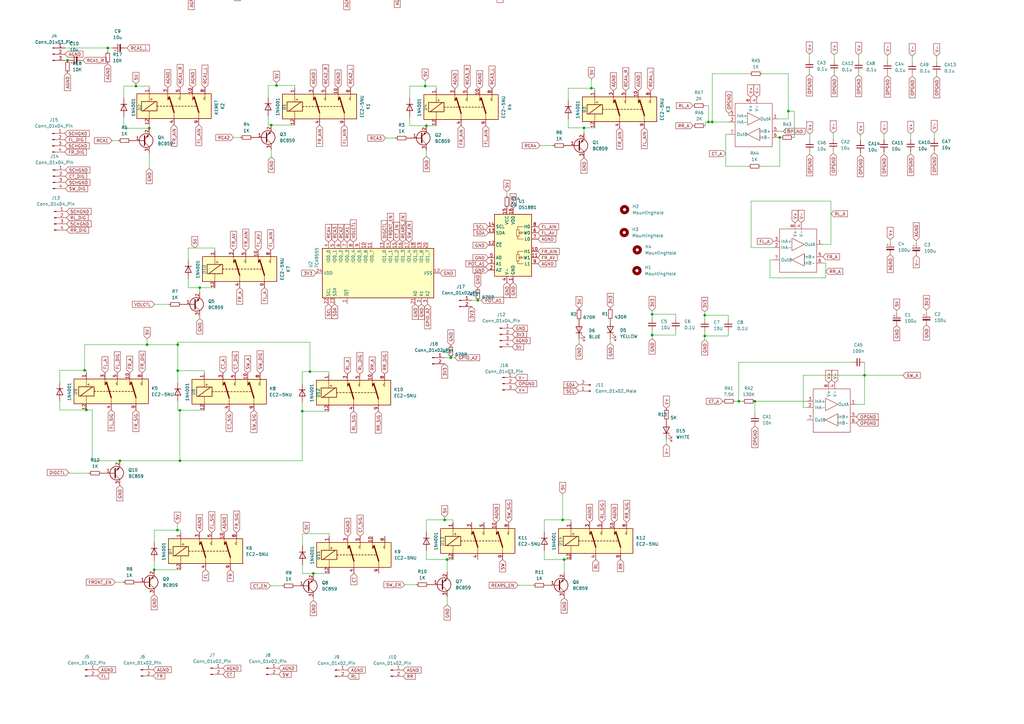
<source format=kicad_sch>
(kicad_sch (version 20230121) (generator eeschema)
  (paper "A3")
  (junction (at 267.462 128.905))
  (junction (at 142.24 -8.509))
  (junction (at 73.787 168.275))
  (junction (at 323.342 45.593))
  (junction (at 309.626 164.592))
  (junction (at 111.252 51.308))
  (junction (at 174.879 51.562))
  (junction (at 354.584 153.924))
  (junction (at 224.917 -16.51))
  (junction (at 49.149 188.976))
  (junction (at 267.462 137.414))
  (junction (at 55.753 35.306))
  (junction (at 34.671 151.892))
  (junction (at 231.394 229.489))
  (junction (at 319.786 56.388))
  (junction (at 183.388 229.489))
  (junction (at 292.1 50.038))
  (junction (at 289.052 129.286))
  (junction (at 73.787 188.976))
  (junction (at 72.898 152.019))
  (junction (at 113.411 35.052))
  (junction (at 289.052 137.795))
  (junction (at 205.105 -11.43))
  (junction (at 35.433 168.148))
  (junction (at 61.214 52.578))
  (junction (at 230.759 213.233))
  (junction (at 27.686 24.765))
  (junction (at 195.961 123.19))
  (junction (at 128.524 235.204))
  (junction (at 81.915 117.983))
  (junction (at 72.771 217.424))
  (junction (at 127.127 152.4))
  (junction (at 123.952 168.656))
  (junction (at 72.898 141.351))
  (junction (at 184.912 146.685))
  (junction (at 78.486 -8.509))
  (junction (at 182.372 213.233))
  (junction (at 303.022 164.592))
  (junction (at 242.57 36.195))
  (junction (at 63.246 233.68))
  (junction (at 97.409 -13.589))
  (junction (at 239.522 52.451))
  (junction (at 162.941 -13.462))
  (junction (at 290.576 50.038))
  (junction (at 174.371 35.306))
  (junction (at 44.196 19.685))
  (junction (at 60.325 141.351))
  (wire (pts (xy 315.7925 113.9728) (xy 315.7925 106.6068)))
  (wire (pts (xy 206.629 -11.43) (xy 205.105 -11.43)))
  (wire (pts (xy 113.411 33.909) (xy 113.411 35.052)))
  (wire (pts (xy 370.332 153.924) (xy 354.584 153.924)))
  (wire (pts (xy 384.175 31.242) (xy 384.175 30.353)))
  (wire (pts (xy 63.373 124.841) (xy 69.215 124.841)))
  (wire (pts (xy 28.321 194.056) (xy 36.449 194.056)))
  (wire (pts (xy 309.626 164.592) (xy 309.626 169.672)))
  (wire (pts (xy 331.978 30.48) (xy 331.978 29.591)))
  (wire (pts (xy 174.879 61.722) (xy 174.879 64.135)))
  (wire (pts (xy 284.099 43.307) (xy 284.226 43.307)))
  (wire (pts (xy 289.052 137.795) (xy 298.704 137.795)))
  (wire (pts (xy 47.244 238.76) (xy 50.546 238.76)))
  (wire (pts (xy 123.952 188.976) (xy 73.787 188.976)))
  (wire (pts (xy 124.079 235.204) (xy 124.079 231.521)))
  (wire (pts (xy 50.8 47.879) (xy 50.8 52.578)))
  (wire (pts (xy 27.686 24.765) (xy 26.67 24.765)))
  (wire (pts (xy 61.214 51.181) (xy 61.214 52.578)))
  (wire (pts (xy 230.759 202.565) (xy 230.759 213.233)))
  (wire (pts (xy 325.755 45.593) (xy 325.755 56.388)))
  (wire (pts (xy 174.879 229.489) (xy 183.388 229.489)))
  (wire (pts (xy 284.226 43.3323) (xy 284.1459 43.3323)))
  (wire (pts (xy 158.115 56.642) (xy 162.179 56.642)))
  (wire (pts (xy 338.6525 107.8768) (xy 338.6525 113.9728)))
  (wire (pts (xy 290.576 50.038) (xy 292.1 50.038)))
  (wire (pts (xy 185.801 213.233) (xy 185.801 214.249)))
  (wire (pts (xy 367.792 127.381) (xy 367.792 128.397)))
  (wire (pts (xy 374.142 31.242) (xy 374.142 30.353)))
  (wire (pts (xy 212.471 240.03) (xy 218.694 240.03)))
  (wire (pts (xy 292.1 30.226) (xy 292.1 50.038)))
  (wire (pts (xy 267.462 138.938) (xy 267.462 137.414)))
  (wire (pts (xy 73.787 168.275) (xy 73.787 188.976)))
  (wire (pts (xy 49.149 188.976) (xy 73.787 188.976)))
  (wire (pts (xy 72.898 168.275) (xy 72.898 164.592)))
  (wire (pts (xy 323.342 45.593) (xy 323.342 30.226)))
  (wire (pts (xy 28.321 193.802) (xy 28.321 194.056)))
  (wire (pts (xy 24.511 156.845) (xy 24.511 151.892)))
  (wire (pts (xy 338.6525 113.9728) (xy 315.7925 113.9728)))
  (wire (pts (xy 110.998 240.284) (xy 115.824 240.284)))
  (wire (pts (xy 24.511 151.892) (xy 34.671 151.892)))
  (wire (pts (xy 379.984 127.127) (xy 379.984 128.143)))
  (wire (pts (xy 50.8 35.306) (xy 55.753 35.306)))
  (wire (pts (xy 351.282 165.862) (xy 354.584 165.862)))
  (wire (pts (xy 111.252 51.308) (xy 109.982 51.308)))
  (wire (pts (xy 144.78 -8.509) (xy 142.24 -8.509)))
  (wire (pts (xy 197.358 123.19) (xy 195.961 123.19)))
  (wire (pts (xy 168.021 35.306) (xy 174.371 35.306)))
  (wire (pts (xy 342.138 24.765) (xy 342.138 22.479)))
  (wire (pts (xy 362.585 63.246) (xy 362.585 62.357)))
  (wire (pts (xy 383.159 56.769) (xy 383.159 54.483)))
  (wire (pts (xy 162.941 -4.318) (xy 162.941 -8.382)))
  (wire (pts (xy 63.246 233.68) (xy 74.168 233.68)))
  (wire (pts (xy 34.036 24.765) (xy 33.528 24.765)))
  (wire (pts (xy 170.561 -13.462) (xy 172.593 -13.462)))
  (wire (pts (xy 123.952 157.353) (xy 123.952 152.4)))
  (wire (pts (xy 77.089 -13.589) (xy 97.409 -13.589)))
  (wire (pts (xy 63.246 217.424) (xy 72.771 217.424)))
  (wire (pts (xy 88.138 101.727) (xy 88.138 102.743)))
  (wire (pts (xy 83.82 152.019) (xy 83.82 153.035)))
  (wire (pts (xy 61.214 35.306) (xy 61.214 35.941)))
  (wire (pts (xy 174.879 229.489) (xy 174.879 225.806)))
  (wire (pts (xy 183.388 234.696) (xy 183.388 229.489)))
  (wire (pts (xy 301.498 164.592) (xy 303.022 164.592)))
  (wire (pts (xy 277.114 128.905) (xy 267.462 128.905)))
  (wire (pts (xy 323.342 30.226) (xy 312.547 30.226)))
  (wire (pts (xy 77.216 101.727) (xy 88.138 101.727)))
  (wire (pts (xy 45.974 57.658) (xy 48.514 57.658)))
  (wire (pts (xy 207.899 80.264) (xy 207.899 78.613)))
  (wire (pts (xy 99.441 -13.589) (xy 97.409 -13.589)))
  (wire (pts (xy 237.49 140.97) (xy 237.49 139.065)))
  (wire (pts (xy 233.934 -16.51) (xy 231.902 -16.51)))
  (wire (pts (xy 289.306 50.038) (xy 289.306 51.562)))
  (wire (pts (xy 243.967 36.195) (xy 243.967 37.211)))
  (wire (pts (xy 226.822 -16.51) (xy 224.917 -16.51)))
  (wire (pts (xy 362.585 57.277) (xy 362.585 54.991)))
  (wire (pts (xy 83.82 168.275) (xy 73.787 168.275)))
  (wire (pts (xy 60.325 141.351) (xy 34.671 141.351)))
  (wire (pts (xy 317.1895 101.5268) (xy 308.0455 101.5268)))
  (wire (pts (xy 109.982 35.052) (xy 113.411 35.052)))
  (wire (pts (xy 352.171 24.765) (xy 352.171 22.479)))
  (wire (pts (xy 267.462 128.905) (xy 267.462 130.556)))
  (wire (pts (xy 239.522 52.451) (xy 233.045 52.451)))
  (wire (pts (xy 111.252 61.468) (xy 111.252 64.389)))
  (wire (pts (xy 138.303 -13.462) (xy 162.941 -13.462)))
  (wire (pts (xy 109.982 51.308) (xy 109.982 47.625)))
  (wire (pts (xy 81.915 117.983) (xy 77.216 117.983)))
  (wire (pts (xy 319.278 48.768) (xy 323.342 48.768)))
  (wire (pts (xy 320.294 56.388) (xy 319.786 56.388)))
  (wire (pts (xy 352.933 63.627) (xy 352.933 62.738)))
  (wire (pts (xy 61.214 52.578) (xy 50.8 52.578)))
  (wire (pts (xy 384.175 25.273) (xy 384.175 22.987)))
  (wire (pts (xy 174.371 33.02) (xy 174.371 35.306)))
  (wire (pts (xy 303.022 148.59) (xy 303.022 164.592)))
  (wire (pts (xy 306.959 68.199) (xy 297.688 68.199)))
  (wire (pts (xy 72.771 217.424) (xy 74.168 217.424)))
  (wire (pts (xy 184.912 146.685) (xy 182.372 146.685)))
  (wire (pts (xy 73.787 168.275) (xy 72.898 168.275)))
  (wire (pts (xy 78.486 -8.509) (xy 77.089 -8.509)))
  (wire (pts (xy 120.904 35.052) (xy 120.904 36.068)))
  (wire (pts (xy 233.045 36.195) (xy 242.57 36.195)))
  (wire (pts (xy 325.755 56.388) (xy 325.374 56.388)))
  (wire (pts (xy 183.388 229.489) (xy 185.801 229.489)))
  (wire (pts (xy 134.874 168.656) (xy 123.952 168.656)))
  (wire (pts (xy 77.216 114.3) (xy 77.216 117.983)))
  (wire (pts (xy 128.524 235.204) (xy 135.001 235.204)))
  (wire (pts (xy 373.507 57.15) (xy 373.507 54.864)))
  (wire (pts (xy 95.758 56.388) (xy 98.552 56.388)))
  (wire (pts (xy 120.904 51.308) (xy 111.252 51.308)))
  (wire (pts (xy 332.105 57.277) (xy 332.105 54.991)))
  (wire (pts (xy 182.372 212.09) (xy 182.372 213.233)))
  (wire (pts (xy 109.982 40.005) (xy 109.982 35.052)))
  (wire (pts (xy 178.943 51.562) (xy 174.879 51.562)))
  (wire (pts (xy 323.342 45.593) (xy 325.755 45.593)))
  (wire (pts (xy 340.8115 82.4768) (xy 340.8115 100.2568)))
  (wire (pts (xy 72.898 141.351) (xy 72.898 152.019)))
  (wire (pts (xy 223.266 218.186) (xy 223.266 213.233)))
  (wire (pts (xy 290.576 43.307) (xy 290.576 50.038)))
  (wire (pts (xy 127.127 152.4) (xy 134.874 152.4)))
  (wire (pts (xy 292.1 50.038) (xy 298.958 50.038)))
  (wire (pts (xy 60.325 141.351) (xy 72.898 141.351)))
  (wire (pts (xy 142.24 -8.509) (xy 138.303 -8.509)))
  (wire (pts (xy 72.771 214.757) (xy 72.771 217.424)))
  (wire (pts (xy 212.725 -11.43) (xy 211.709 -11.43)))
  (wire (pts (xy 50.8 40.259) (xy 50.8 35.306)))
  (wire (pts (xy 113.411 35.052) (xy 120.904 35.052)))
  (wire (pts (xy 267.462 127.508) (xy 267.462 128.905)))
  (wire (pts (xy 134.874 152.4) (xy 134.874 153.416)))
  (wire (pts (xy 174.879 51.562) (xy 168.021 51.562)))
  (wire (pts (xy 242.57 32.385) (xy 242.57 36.195)))
  (wire (pts (xy 289.052 137.795) (xy 289.052 136.017)))
  (wire (pts (xy 35.433 168.148) (xy 37.846 168.148)))
  (wire (pts (xy 303.022 164.592) (xy 304.546 164.592)))
  (wire (pts (xy 273.304 182.118) (xy 273.304 180.213)))
  (wire (pts (xy 363.982 25.019) (xy 363.982 22.733)))
  (wire (pts (xy 124.079 235.204) (xy 128.524 235.204)))
  (wire (pts (xy 46.228 19.685) (xy 44.196 19.685)))
  (wire (pts (xy 37.846 188.976) (xy 37.846 168.148)))
  (wire (pts (xy 374.142 25.273) (xy 374.142 22.987)))
  (wire (pts (xy 329.438 153.924) (xy 354.584 153.924)))
  (wire (pts (xy 267.462 137.414) (xy 277.114 137.414)))
  (wire (pts (xy 221.488 59.69) (xy 226.822 59.69)))
  (wire (pts (xy 165.481 -13.462) (xy 162.941 -13.462)))
  (wire (pts (xy 330.962 167.132) (xy 329.438 167.132)))
  (wire (pts (xy 303.022 148.59) (xy 349.504 148.59)))
  (wire (pts (xy 242.57 36.195) (xy 243.967 36.195)))
  (wire (pts (xy 105.918 -13.589) (xy 104.521 -13.589)))
  (wire (pts (xy 97.409 -13.589) (xy 97.409 -12.192)))
  (wire (pts (xy 74.168 217.424) (xy 74.168 218.44)))
  (wire (pts (xy 298.704 129.286) (xy 289.052 129.286)))
  (wire (pts (xy 26.67 19.685) (xy 44.196 19.685)))
  (wire (pts (xy 182.372 213.233) (xy 185.801 213.233)))
  (wire (pts (xy 284.226 43.307) (xy 284.226 43.3323)))
  (wire (pts (xy 77.216 106.68) (xy 77.216 101.727)))
  (wire (pts (xy 123.952 168.656) (xy 123.952 188.976)))
  (wire (pts (xy 383.159 62.738) (xy 383.159 61.849)))
  (wire (pts (xy 61.214 62.738) (xy 61.214 69.088)))
  (wire (pts (xy 224.917 -10.287) (xy 224.917 -11.176)))
  (wire (pts (xy 183.388 244.856) (xy 183.388 248.031)))
  (wire (pts (xy 81.915 130.683) (xy 81.915 129.921)))
  (wire (pts (xy 35.433 151.892) (xy 35.433 152.908)))
  (wire (pts (xy 124.079 223.901) (xy 124.079 218.948)))
  (wire (pts (xy 223.266 213.233) (xy 230.759 213.233)))
  (wire (pts (xy 72.898 156.972) (xy 72.898 152.019)))
  (wire (pts (xy 186.563 146.685) (xy 184.912 146.685)))
  (wire (pts (xy 168.021 47.879) (xy 168.021 51.562)))
  (wire (pts (xy 52.07 19.685) (xy 51.308 19.685)))
  (wire (pts (xy 123.952 168.656) (xy 123.952 164.973)))
  (wire (pts (xy 289.052 127.889) (xy 289.052 129.286)))
  (wire (pts (xy 37.846 188.976) (xy 49.149 188.976)))
  (wire (pts (xy 224.917 -16.51) (xy 203.835 -16.51)))
  (wire (pts (xy 243.967 52.451) (xy 239.522 52.451)))
  (wire (pts (xy 127.127 140.335) (xy 72.898 140.335)))
  (wire (pts (xy 165.989 239.776) (xy 170.688 239.776)))
  (wire (pts (xy 231.394 229.489) (xy 234.188 229.489)))
  (wire (pts (xy 230.759 213.233) (xy 234.188 213.233)))
  (wire (pts (xy 331.978 24.511) (xy 331.978 22.225)))
  (wire (pts (xy 341.757 56.896) (xy 341.757 54.61)))
  (wire (pts (xy 174.879 213.233) (xy 182.372 213.233)))
  (wire (pts (xy 319.278 53.848) (xy 321.31 53.848)))
  (wire (pts (xy 289.306 50.038) (xy 290.576 50.038)))
  (wire (pts (xy 292.1 30.226) (xy 307.467 30.226)))
  (wire (pts (xy 63.246 233.68) (xy 63.246 229.997)))
  (wire (pts (xy 44.196 21.082) (xy 44.196 19.685)))
  (wire (pts (xy 365.125 98.298) (xy 365.125 99.314)))
  (wire (pts (xy 234.188 213.233) (xy 234.188 214.249)))
  (wire (pts (xy 174.371 35.306) (xy 178.943 35.306)))
  (wire (pts (xy 277.114 137.414) (xy 277.114 135.636)))
  (wire (pts (xy 24.511 168.148) (xy 24.511 164.465)))
  (wire (pts (xy 308.0455 82.4768) (xy 340.8115 82.4768)))
  (wire (pts (xy 267.462 137.414) (xy 267.462 135.636)))
  (wire (pts (xy 315.7925 106.6068) (xy 317.1895 106.6068)))
  (wire (pts (xy 34.671 151.892) (xy 35.433 151.892)))
  (wire (pts (xy 231.394 229.489) (xy 231.394 234.95)))
  (wire (pts (xy 233.045 52.451) (xy 233.045 48.768)))
  (wire (pts (xy 289.052 139.319) (xy 289.052 137.795)))
  (wire (pts (xy 297.688 55.118) (xy 298.958 55.118)))
  (wire (pts (xy 329.438 167.132) (xy 329.438 153.924)))
  (wire (pts (xy 352.171 30.734) (xy 352.171 29.845)))
  (wire (pts (xy 81.915 119.761) (xy 81.915 117.983)))
  (wire (pts (xy 352.933 57.658) (xy 352.933 55.372)))
  (wire (pts (xy 341.757 62.865) (xy 341.757 61.976)))
  (wire (pts (xy 223.266 229.489) (xy 223.266 225.806)))
  (wire (pts (xy 337.5095 107.8768) (xy 338.6525 107.8768)))
  (wire (pts (xy 28.448 24.765) (xy 27.686 24.765)))
  (wire (pts (xy 375.793 98.679) (xy 375.793 99.695)))
  (wire (pts (xy 363.982 30.988) (xy 363.982 30.099)))
  (wire (pts (xy 86.868 -8.509) (xy 86.106 -8.509)))
  (wire (pts (xy 88.138 117.983) (xy 81.915 117.983)))
  (wire (pts (xy 298.704 130.937) (xy 298.704 129.286)))
  (wire (pts (xy 81.026 -8.509) (xy 78.486 -8.509)))
  (wire (pts (xy 135.001 218.948) (xy 135.001 219.964)))
  (wire (pts (xy 250.317 140.843) (xy 250.317 138.938)))
  (wire (pts (xy 195.961 123.19) (xy 193.421 123.19)))
  (wire (pts (xy 233.045 41.148) (xy 233.045 36.195)))
  (wire (pts (xy 60.325 138.938) (xy 60.325 141.351)))
  (wire (pts (xy 205.105 -11.43) (xy 203.835 -11.43)))
  (wire (pts (xy 289.179 43.307) (xy 290.576 43.307)))
  (wire (pts (xy 72.898 152.019) (xy 83.82 152.019)))
  (wire (pts (xy 123.952 152.4) (xy 127.127 152.4)))
  (wire (pts (xy 337.5095 100.2568) (xy 340.8115 100.2568)))
  (wire (pts (xy 319.786 56.388) (xy 319.786 68.199)))
  (wire (pts (xy 28.194 193.802) (xy 28.321 193.802)))
  (wire (pts (xy 55.753 35.306) (xy 61.214 35.306)))
  (wire (pts (xy 239.522 54.61) (xy 239.522 52.451)))
  (wire (pts (xy 55.753 34.417) (xy 55.753 35.306)))
  (wire (pts (xy 319.786 56.388) (xy 319.278 56.388)))
  (wire (pts (xy 312.039 68.199) (xy 319.786 68.199)))
  (wire (pts (xy 138.303 -8.509) (xy 138.303 -8.382)))
  (wire (pts (xy 174.879 218.186) (xy 174.879 213.233)))
  (wire (pts (xy 354.584 148.59) (xy 354.584 153.924)))
  (wire (pts (xy 309.626 164.592) (xy 330.962 164.592)))
  (wire (pts (xy 127.127 152.4) (xy 127.127 140.335)))
  (wire (pts (xy 24.511 168.148) (xy 35.433 168.148)))
  (wire (pts (xy 289.052 129.286) (xy 289.052 130.937)))
  (wire (pts (xy 308.0455 101.5268) (xy 308.0455 82.4768)))
  (wire (pts (xy 63.246 222.377) (xy 63.246 217.424)))
  (wire (pts (xy 298.704 137.795) (xy 298.704 136.017)))
  (wire (pts (xy 168.021 40.259) (xy 168.021 35.306)))
  (wire (pts (xy 297.688 68.199) (xy 297.688 55.118)))
  (wire (pts (xy 72.898 140.335) (xy 72.898 141.351)))
  (wire (pts (xy 224.917 -16.256) (xy 224.917 -16.51)))
  (wire (pts (xy 342.138 30.734) (xy 342.138 29.845)))
  (wire (pts (xy 178.943 35.306) (xy 178.943 36.322)))
  (wire (pts (xy 354.584 153.924) (xy 354.584 165.862)))
  (wire (pts (xy 332.105 63.246) (xy 332.105 62.357)))
  (wire (pts (xy 277.114 130.556) (xy 277.114 128.905)))
  (wire (pts (xy 373.507 63.119) (xy 373.507 62.23)))
  (wire (pts (xy 298.958 46.482) (xy 298.958 47.498)))
  (wire (pts (xy 124.079 218.948) (xy 135.001 218.948)))
  (wire (pts (xy 34.671 141.351) (xy 34.671 151.892)))
  (wire (pts (xy 128.524 246.253) (xy 128.524 245.364)))
  (wire (pts (xy 223.266 229.489) (xy 231.394 229.489)))
  (wire (pts (xy 323.342 48.768) (xy 323.342 45.593)))
  (global_label "AGND" (shape input) (at 91.44 274.066 0) (property "Intersheetrefs" "${INTERSHEET_REFS}" (effects hide)))
  (global_label "RCA1" (shape input) (at 45.974 57.658 180) (property "Intersheetrefs" "${INTERSHEET_REFS}" (effects hide)))
  (global_label "V-" (shape input) (at 342.392 156.972 90) (property "Intersheetrefs" "${INTERSHEET_REFS}" (effects hide)))
  (global_label "AGND" (shape input) (at 142.494 274.828 0) (property "Intersheetrefs" "${INTERSHEET_REFS}" (effects hide)))
  (global_label "3V3" (shape input) (at 379.984 127.127 90) (property "Intersheetrefs" "${INTERSHEET_REFS}" (effects hide)))
  (global_label "RCA3" (shape input) (at 158.115 56.642 180) (property "Intersheetrefs" "${INTERSHEET_REFS}" (effects hide)))
  (global_label "5CHGND" (shape input) (at 27.305 86.741 0) (property "Intersheetrefs" "${INTERSHEET_REFS}" (effects hide)))
  (global_label "GND" (shape input) (at 200.279 110.744 180) (property "Intersheetrefs" "${INTERSHEET_REFS}" (effects hide)))
  (global_label "AGND" (shape input) (at 27.686 29.845 270) (property "Intersheetrefs" "${INTERSHEET_REFS}" (effects hide)))
  (global_label "RCA4_L" (shape input) (at 266.827 37.211 90) (property "Intersheetrefs" "${INTERSHEET_REFS}" (effects hide)))
  (global_label "FL_A" (shape input) (at 108.458 117.983 270) (property "Intersheetrefs" "${INTERSHEET_REFS}" (effects hide)))
  (global_label "AGND" (shape input) (at 142.621 219.964 90) (property "Intersheetrefs" "${INTERSHEET_REFS}" (effects hide)))
  (global_label "3V3" (shape input) (at 193.421 125.73 270) (property "Intersheetrefs" "${INTERSHEET_REFS}" (effects hide)))
  (global_label "5V" (shape input) (at 55.753 34.417 90) (property "Intersheetrefs" "${INTERSHEET_REFS}" (effects hide)))
  (global_label "GND" (shape input) (at 63.246 243.84 270) (property "Intersheetrefs" "${INTERSHEET_REFS}" (effects hide)))
  (global_label "5CHGND" (shape input) (at 26.797 74.803 0) (property "Intersheetrefs" "${INTERSHEET_REFS}" (effects hide)))
  (global_label "3V3" (shape input) (at 182.372 149.225 270) (property "Intersheetrefs" "${INTERSHEET_REFS}" (effects hide)))
  (global_label "GND" (shape input) (at 367.792 133.477 270) (property "Intersheetrefs" "${INTERSHEET_REFS}" (effects hide)))
  (global_label "V+" (shape input) (at 352.933 55.372 90) (property "Intersheetrefs" "${INTERSHEET_REFS}" (effects hide)))
  (global_label "GND" (shape input) (at 250.317 140.843 270) (property "Intersheetrefs" "${INTERSHEET_REFS}" (effects hide)))
  (global_label "GND" (shape input) (at 239.522 64.77 270) (property "Intersheetrefs" "${INTERSHEET_REFS}" (effects hide)))
  (global_label "5V" (shape input) (at 210.058 142.24 0) (property "Intersheetrefs" "${INTERSHEET_REFS}" (effects hide)))
  (global_label "CT_EN" (shape input) (at 110.998 240.284 180) (property "Intersheetrefs" "${INTERSHEET_REFS}" (effects hide)))
  (global_label "SW_DIG" (shape input) (at 106.68 153.035 90) (property "Intersheetrefs" "${INTERSHEET_REFS}" (effects hide)))
  (global_label "REARS_EN" (shape input) (at 212.471 240.03 180) (property "Intersheetrefs" "${INTERSHEET_REFS}" (effects hide)))
  (global_label "5V" (shape input) (at 207.899 78.613 90) (property "Intersheetrefs" "${INTERSHEET_REFS}" (effects hide)))
  (global_label "AGND" (shape input) (at 81.788 218.44 90) (property "Intersheetrefs" "${INTERSHEET_REFS}" (effects hide)))
  (global_label "RCA2_L" (shape input) (at 143.764 36.068 90) (property "Intersheetrefs" "${INTERSHEET_REFS}" (effects hide)))
  (global_label "RCA4_R" (shape input) (at 256.667 37.211 90) (property "Intersheetrefs" "${INTERSHEET_REFS}" (effects hide)))
  (global_label "GND" (shape input) (at 379.984 133.223 270) (property "Intersheetrefs" "${INTERSHEET_REFS}" (effects hide)))
  (global_label "5V" (shape input) (at 79.883 101.727 90) (property "Intersheetrefs" "${INTERSHEET_REFS}" (effects hide)))
  (global_label "FR_AV" (shape input) (at 95.758 102.743 90) (property "Intersheetrefs" "${INTERSHEET_REFS}" (effects hide)))
  (global_label "AGND" (shape input) (at 68.834 35.941 90) (property "Intersheetrefs" "${INTERSHEET_REFS}" (effects hide)))
  (global_label "FL_AIN" (shape input) (at 141.224 51.308 270) (property "Intersheetrefs" "${INTERSHEET_REFS}" (effects hide)))
  (global_label "RCA2_L" (shape input) (at 105.918 -13.589 0) (property "Intersheetrefs" "${INTERSHEET_REFS}" (effects hide)))
  (global_label "3V3" (shape input) (at 210.439 85.344 90) (property "Intersheetrefs" "${INTERSHEET_REFS}" (effects hide)))
  (global_label "3V3" (shape input) (at 250.317 126.238 90) (property "Intersheetrefs" "${INTERSHEET_REFS}" (effects hide)))
  (global_label "RCA3_R" (shape input) (at 149.86 -8.509 0) (property "Intersheetrefs" "${INTERSHEET_REFS}" (effects hide)))
  (global_label "5V" (shape input) (at 125.603 218.948 90) (property "Intersheetrefs" "${INTERSHEET_REFS}" (effects hide)))
  (global_label "GND" (shape input) (at 184.912 141.605 90) (property "Intersheetrefs" "${INTERSHEET_REFS}" (effects hide)))
  (global_label "CT_A" (shape input) (at 296.418 164.592 180) (property "Intersheetrefs" "${INTERSHEET_REFS}" (effects hide)))
  (global_label "RL_A" (shape input) (at 284.1459 43.3323 180) (property "Intersheetrefs" "${INTERSHEET_REFS}" (effects hide)))
  (global_label "GND" (shape input) (at 210.058 134.62 0) (property "Intersheetrefs" "${INTERSHEET_REFS}" (effects hide)))
  (global_label "RCA3_L" (shape input) (at 172.593 -13.462 0) (property "Intersheetrefs" "${INTERSHEET_REFS}" (effects hide)))
  (global_label "3V3" (shape input) (at 129.667 112.014 180) (property "Intersheetrefs" "${INTERSHEET_REFS}" (effects hide)))
  (global_label "AGND" (shape input) (at 375.793 98.679 90) (property "Intersheetrefs" "${INTERSHEET_REFS}" (effects hide)))
  (global_label "VOLCTL" (shape input) (at 63.373 124.841 180) (property "Intersheetrefs" "${INTERSHEET_REFS}" (effects hide)))
  (global_label "FL_A" (shape input) (at 43.053 152.908 90) (property "Intersheetrefs" "${INTERSHEET_REFS}" (effects hide)))
  (global_label "CT_A" (shape input) (at 297.688 62.992 180) (property "Intersheetrefs" "${INTERSHEET_REFS}" (effects hide)))
  (global_label "AGND" (shape input) (at 203.581 214.249 90) (property "Intersheetrefs" "${INTERSHEET_REFS}" (effects hide)))
  (global_label "V+" (shape input) (at 273.304 167.513 90) (property "Intersheetrefs" "${INTERSHEET_REFS}" (effects hide)))
  (global_label "5V" (shape input) (at 182.372 212.09 90) (property "Intersheetrefs" "${INTERSHEET_REFS}" (effects hide)))
  (global_label "AGND" (shape input) (at 62.865 274.701 0) (property "Intersheetrefs" "${INTERSHEET_REFS}" (effects hide)))
  (global_label "GND" (shape input) (at 231.394 245.237 270) (property "Intersheetrefs" "${INTERSHEET_REFS}" (effects hide)))
  (global_label "V+" (shape input) (at 307.848 39.878 90) (property "Intersheetrefs" "${INTERSHEET_REFS}" (effects hide)))
  (global_label "SCL" (shape input) (at 200.279 92.964 180) (property "Intersheetrefs" "${INTERSHEET_REFS}" (effects hide)))
  (global_label "RL_DIG" (shape input) (at 27.305 89.281 0) (property "Intersheetrefs" "${INTERSHEET_REFS}" (effects hide)))
  (global_label "FL_A" (shape input) (at 317.1895 98.9868 180) (property "Intersheetrefs" "${INTERSHEET_REFS}" (effects hide)))
  (global_label "GND" (shape input) (at 128.524 246.253 270) (property "Intersheetrefs" "${INTERSHEET_REFS}" (effects hide)))
  (global_label "FR_AIN" (shape input) (at 220.599 103.124 0) (property "Intersheetrefs" "${INTERSHEET_REFS}" (effects hide)))
  (global_label "GND" (shape input) (at 49.149 199.136 270) (property "Intersheetrefs" "${INTERSHEET_REFS}" (effects hide)))
  (global_label "AGND" (shape input) (at 78.486 -3.429 270) (property "Intersheetrefs" "${INTERSHEET_REFS}" (effects hide)))
  (global_label "OPGND" (shape input) (at 332.105 63.246 270) (property "Intersheetrefs" "${INTERSHEET_REFS}" (effects hide)))
  (global_label "RCA1" (shape input) (at 142.367 99.314 90) (property "Intersheetrefs" "${INTERSHEET_REFS}" (effects hide)))
  (global_label "OPGND" (shape input) (at 352.933 63.627 270) (property "Intersheetrefs" "${INTERSHEET_REFS}" (effects hide)))
  (global_label "5V" (shape input) (at 113.411 33.909 90) (property "Intersheetrefs" "${INTERSHEET_REFS}" (effects hide)))
  (global_label "SW" (shape input) (at 114.3 276.606 0) (property "Intersheetrefs" "${INTERSHEET_REFS}" (effects hide)))
  (global_label "AGND" (shape input) (at 44.196 26.162 270) (property "Intersheetrefs" "${INTERSHEET_REFS}" (effects hide)))
  (global_label "RCA1_R" (shape input) (at 73.914 35.941 90) (property "Intersheetrefs" "${INTERSHEET_REFS}" (effects hide)))
  (global_label "OPGND" (shape input) (at 309.626 174.752 270) (property "Intersheetrefs" "${INTERSHEET_REFS}" (effects hide)))
  (global_label "OPGND" (shape input) (at 351.282 170.942 0) (property "Intersheetrefs" "${INTERSHEET_REFS}" (effects hide)))
  (global_label "5V" (shape input) (at 367.792 127.381 90) (property "Intersheetrefs" "${INTERSHEET_REFS}" (effects hide)))
  (global_label "FR_A" (shape input) (at 53.213 152.908 90) (property "Intersheetrefs" "${INTERSHEET_REFS}" (effects hide)))
  (global_label "GPIO_A2" (shape input) (at 175.387 124.714 270) (property "Intersheetrefs" "${INTERSHEET_REFS}" (effects hide)))
  (global_label "RCA2_R" (shape input) (at 133.604 36.068 90) (property "Intersheetrefs" "${INTERSHEET_REFS}" (effects hide)))
  (global_label "SCL" (shape input) (at 237.236 160.401 180) (property "Intersheetrefs" "${INTERSHEET_REFS}" (effects hide)))
  (global_label "AGND" (shape input) (at 91.948 218.44 90) (property "Intersheetrefs" "${INTERSHEET_REFS}" (effects hide)))
  (global_label "FL_AIN" (shape input) (at 220.599 92.964 0) (property "Intersheetrefs" "${INTERSHEET_REFS}" (effects hide)))
  (global_label "RCA4_R" (shape input) (at 212.725 -11.43 0) (property "Intersheetrefs" "${INTERSHEET_REFS}" (effects hide)))
  (global_label "FR_DIG" (shape input) (at 26.543 62.357 0) (property "Intersheetrefs" "${INTERSHEET_REFS}" (effects hide)))
  (global_label "CT_DIG" (shape input) (at 26.797 72.263 0) (property "Intersheetrefs" "${INTERSHEET_REFS}" (effects hide)))
  (global_label "AGND" (shape input) (at 142.24 -3.429 270) (property "Intersheetrefs" "${INTERSHEET_REFS}" (effects hide)))
  (global_label "RCA3_R" (shape input) (at 191.643 36.322 90) (property "Intersheetrefs" "${INTERSHEET_REFS}" (effects hide)))
  (global_label "CT" (shape input) (at 91.44 276.606 0) (property "Intersheetrefs" "${INTERSHEET_REFS}" (effects hide)))
  (global_label "AGND" (shape input) (at 26.67 22.225 0) (property "Intersheetrefs" "${INTERSHEET_REFS}" (effects hide)))
  (global_label "FR_SIG" (shape input) (at 55.753 168.148 270) (property "Intersheetrefs" "${INTERSHEET_REFS}" (effects hide)))
  (global_label "RR_A" (shape input) (at 338.6525 111.3058 0) (property "Intersheetrefs" "${INTERSHEET_REFS}" (effects hide)))
  (global_label "DIGCTL" (shape input) (at 157.607 99.314 90) (property "Intersheetrefs" "${INTERSHEET_REFS}" (effects hide)))
  (global_label "SDA" (shape input) (at 137.287 124.714 270) (property "Intersheetrefs" "${INTERSHEET_REFS}" (effects hide)))
  (global_label "FR_AV" (shape input) (at 220.599 105.664 0) (property "Intersheetrefs" "${INTERSHEET_REFS}" (effects hide)))
  (global_label "RCA4_L" (shape input) (at 233.934 -16.51 0) (property "Intersheetrefs" "${INTERSHEET_REFS}" (effects hide)))
  (global_label "RCA1_R" (shape input) (at 34.036 24.765 0) (property "Intersheetrefs" "${INTERSHEET_REFS}" (effects hide)))
  (global_label "FL_AIN" (shape input) (at 199.263 51.562 270) (property "Intersheetrefs" "${INTERSHEET_REFS}" (effects hide)))
  (global_label "GND" (shape input) (at 172.847 124.714 270) (property "Intersheetrefs" "${INTERSHEET_REFS}" (effects hide)))
  (global_label "5V" (shape input) (at 174.371 33.02 90) (property "Intersheetrefs" "${INTERSHEET_REFS}" (effects hide)))
  (global_label "V+" (shape input) (at 332.105 54.991 90) (property "Intersheetrefs" "${INTERSHEET_REFS}" (effects hide)))
  (global_label "3V3" (shape input) (at 267.462 127.508 90) (property "Intersheetrefs" "${INTERSHEET_REFS}" (effects hide)))
  (global_label "V+" (shape input) (at 339.852 156.972 90) (property "Intersheetrefs" "${INTERSHEET_REFS}" (effects hide)))
  (global_label "V+" (shape input) (at 342.138 22.479 90) (property "Intersheetrefs" "${INTERSHEET_REFS}" (effects hide)))
  (global_label "FL_AIN" (shape input) (at 110.998 102.743 90) (property "Intersheetrefs" "${INTERSHEET_REFS}" (effects hide)))
  (global_label "SCL" (shape input) (at 134.747 124.714 270) (property "Intersheetrefs" "${INTERSHEET_REFS}" (effects hide)))
  (global_label "AGND" (shape input) (at 251.587 37.211 90) (property "Intersheetrefs" "${INTERSHEET_REFS}" (effects hide)))
  (global_label "OPGND" (shape input) (at 352.171 30.734 270) (property "Intersheetrefs" "${INTERSHEET_REFS}" (effects hide)))
  (global_label "RL_SIG" (shape input) (at 145.034 168.656 270) (property "Intersheetrefs" "${INTERSHEET_REFS}" (effects hide)))
  (global_label "5CHGND" (shape input) (at 26.543 59.817 0) (property "Intersheetrefs" "${INTERSHEET_REFS}" (effects hide)))
  (global_label "V-" (shape input) (at 374.142 22.987 90) (property "Intersheetrefs" "${INTERSHEET_REFS}" (effects hide)))
  (global_label "FL_AV" (shape input) (at 105.918 102.743 90) (property "Intersheetrefs" "${INTERSHEET_REFS}" (effects hide)))
  (global_label "AGND" (shape input) (at 203.835 -13.97 0) (property "Intersheetrefs" "${INTERSHEET_REFS}" (effects hide)))
  (global_label "5V" (shape input) (at 60.325 138.938 90) (property "Intersheetrefs" "${INTERSHEET_REFS}" (effects hide)))
  (global_label "FR_A" (shape input) (at 337.5095 105.3368 0) (property "Intersheetrefs" "${INTERSHEET_REFS}" (effects hide)))
  (global_label "CT_DIG" (shape input) (at 96.52 153.035 90) (property "Intersheetrefs" "${INTERSHEET_REFS}" (effects hide)))
  (global_label "RCA2" (shape input) (at 139.827 99.314 90) (property "Intersheetrefs" "${INTERSHEET_REFS}" (effects hide)))
  (global_label "AGND" (shape input) (at 224.917 -10.287 270) (property "Intersheetrefs" "${INTERSHEET_REFS}" (effects hide)))
  (global_label "OPGND" (shape input) (at 362.585 63.246 270) (property "Intersheetrefs" "${INTERSHEET_REFS}" (effects hide)))
  (global_label "GND" (shape input) (at 174.879 64.135 270) (property "Intersheetrefs" "${INTERSHEET_REFS}" (effects hide)))
  (global_label "GND" (shape input) (at 170.307 124.714 270) (property "Intersheetrefs" "${INTERSHEET_REFS}" (effects hide)))
  (global_label "V-" (shape input) (at 375.793 104.775 270) (property "Intersheetrefs" "${INTERSHEET_REFS}" (effects hide)))
  (global_label "RCA1_L" (shape input) (at 52.07 19.685 0) (property "Intersheetrefs" "${INTERSHEET_REFS}" (effects hide)))
  (global_label "RR_SIG" (shape input) (at 155.194 168.656 270) (property "Intersheetrefs" "${INTERSHEET_REFS}" (effects hide)))
  (global_label "CT_EN" (shape input) (at 162.687 99.314 90) (property "Intersheetrefs" "${INTERSHEET_REFS}" (effects hide)))
  (global_label "FL_AIN" (shape input) (at 81.534 51.181 270) (property "Intersheetrefs" "${INTERSHEET_REFS}" (effects hide)))
  (global_label "CT_A" (shape input) (at 91.44 153.035 90) (property "Intersheetrefs" "${INTERSHEET_REFS}" (effects hide)))
  (global_label "5CHGND" (shape input) (at 27.305 91.821 0) (property "Intersheetrefs" "${INTERSHEET_REFS}" (effects hide)))
  (global_label "GND" (shape input) (at 180.467 112.014 0) (property "Intersheetrefs" "${INTERSHEET_REFS}" (effects hide)))
  (global_label "DIGCTL" (shape input) (at 28.194 193.802 180) (property "Intersheetrefs" "${INTERSHEET_REFS}" (effects hide)))
  (global_label "RCA1_L" (shape input) (at 84.074 35.941 90) (property "Intersheetrefs" "${INTERSHEET_REFS}" (effects hide)))
  (global_label "AGND" (shape input) (at 77.089 -11.049 0) (property "Intersheetrefs" "${INTERSHEET_REFS}" (effects hide)))
  (global_label "V-" (shape input) (at 341.757 54.61 90) (property "Intersheetrefs" "${INTERSHEET_REFS}" (effects hide)))
  (global_label "SDA" (shape input) (at 237.236 157.861 180) (property "Intersheetrefs" "${INTERSHEET_REFS}" (effects hide)))
  (global_label "AGND" (shape input) (at 186.563 36.322 90) (property "Intersheetrefs" "${INTERSHEET_REFS}" (effects hide)))
  (global_label "AGND" (shape input) (at 261.747 37.211 90) (property "Intersheetrefs" "${INTERSHEET_REFS}" (effects hide)))
  (global_label "RL_SIG" (shape input) (at 246.888 214.249 90) (property "Intersheetrefs" "${INTERSHEET_REFS}" (effects hide)))
  (global_label "RR_A" (shape input) (at 152.654 153.416 90) (property "Intersheetrefs" "${INTERSHEET_REFS}" (effects hide)))
  (global_label "V+" (shape input) (at 211.201 159.893 0) (property "Intersheetrefs" "${INTERSHEET_REFS}" (effects hide)))
  (global_label "SW_A" (shape input) (at 370.332 153.924 0) (property "Intersheetrefs" "${INTERSHEET_REFS}" (effects hide)))
  (global_label "AGND" (shape input) (at 114.3 274.066 0) (property "Intersheetrefs" "${INTERSHEET_REFS}" (effects hide)))
  (global_label "OPGND" (shape input) (at 351.282 173.482 0) (property "Intersheetrefs" "${INTERSHEET_REFS}" (effects hide)))
  (global_label "5CHGND" (shape input) (at 26.797 69.723 0) (property "Intersheetrefs" "${INTERSHEET_REFS}" (effects hide)))
  (global_label "AGND" (shape input) (at 220.599 108.204 0) (property "Intersheetrefs" "${INTERSHEET_REFS}" (effects hide)))
  (global_label "5V" (shape input) (at 237.49 126.365 90) (property "Intersheetrefs" "${INTERSHEET_REFS}" (effects hide)))
  (global_label "V-" (shape input) (at 384.175 22.987 90) (property "Intersheetrefs" "${INTERSHEET_REFS}" (effects hide)))
  (global_label "OPGND" (shape input) (at 374.142 31.242 270) (property "Intersheetrefs" "${INTERSHEET_REFS}" (effects hide)))
  (global_label "5V" (shape input) (at 230.759 202.565 90) (property "Intersheetrefs" "${INTERSHEET_REFS}" (effects hide)))
  (global_label "AGND" (shape input) (at 205.105 -6.35 270) (property "Intersheetrefs" "${INTERSHEET_REFS}" (effects hide)))
  (global_label "FR_SIG" (shape input) (at 97.028 218.44 90) (property "Intersheetrefs" "${INTERSHEET_REFS}" (effects hide)))
  (global_label "V-" (shape input) (at 273.304 182.118 270) (property "Intersheetrefs" "${INTERSHEET_REFS}" (effects hide)))
  (global_label "SW_SIG" (shape input) (at 208.661 214.249 90) (property "Intersheetrefs" "${INTERSHEET_REFS}" (effects hide)))
  (global_label "FL_DIG" (shape input) (at 48.133 152.908 90) (property "Intersheetrefs" "${INTERSHEET_REFS}" (effects hide)))
  (global_label "GND" (shape input) (at 81.915 130.683 270) (property "Intersheetrefs" "${INTERSHEET_REFS}" (effects hide)))
  (global_label "AGND" (shape input) (at 138.684 36.068 90) (property "Intersheetrefs" "${INTERSHEET_REFS}" (effects hide)))
  (global_label "GND" (shape input) (at 267.462 138.938 270) (property "Intersheetrefs" "${INTERSHEET_REFS}" (effects hide)))
  (global_label "RCA3_L" (shape input) (at 201.803 36.322 90) (property "Intersheetrefs" "${INTERSHEET_REFS}" (effects hide)))
  (global_label "OPGND" (shape input) (at 298.958 46.482 90) (property "Intersheetrefs" "${INTERSHEET_REFS}" (effects hide)))
  (global_label "OPGND" (shape input) (at 363.982 30.988 270) (property "Intersheetrefs" "${INTERSHEET_REFS}" (effects hide)))
  (global_label "GND" (shape input) (at 200.279 105.664 180) (property "Intersheetrefs" "${INTERSHEET_REFS}" (effects hide)))
  (global_label "AGND" (shape input) (at 251.968 214.249 90) (property "Intersheetrefs" "${INTERSHEET_REFS}" (effects hide)))
  (global_label "GPIO_A2" (shape input) (at 186.563 146.685 0) (property "Intersheetrefs" "${INTERSHEET_REFS}" (effects hide)))
  (global_label "GND" (shape input) (at 210.439 115.824 270) (property "Intersheetrefs" "${INTERSHEET_REFS}" (effects hide)))
  (global_label "FR" (shape input) (at 94.488 233.68 270) (property "Intersheetrefs" "${INTERSHEET_REFS}" (effects hide)))
  (global_label "FR_AIN" (shape input) (at 71.374 51.181 270) (property "Intersheetrefs" "${INTERSHEET_REFS}" (effects hide)))
  (global_label "V-" (shape input) (at 328.6195 91.3668 90) (property "Intersheetrefs" "${INTERSHEET_REFS}" (effects hide)))
  (global_label "AGND" (shape input) (at 97.409 -7.112 270) (property "Intersheetrefs" "${INTERSHEET_REFS}" (effects hide)))
  (global_label "FL_DIG" (shape input) (at 26.543 57.277 0) (property "Intersheetrefs" "${INTERSHEET_REFS}" (effects hide)))
  (global_label "AGND" (shape input) (at 196.723 36.322 90) (property "Intersheetrefs" "${INTERSHEET_REFS}" (effects hide)))
  (global_label "AGND" (shape input) (at 241.808 214.249 90) (property "Intersheetrefs" "${INTERSHEET_REFS}" (effects hide)))
  (global_label "FR_AIN" (shape input) (at 254.127 52.451 270) (property "Intersheetrefs" "${INTERSHEET_REFS}" (effects hide)))
  (global_label "REARS_EN" (shape input) (at 165.227 99.314 90) (property "Intersheetrefs" "${INTERSHEET_REFS}" (effects hide)))
  (global_label "SW_SIG" (shape input) (at 104.14 168.275 270) (property "Intersheetrefs" "${INTERSHEET_REFS}" (effects hide)))
  (global_label "GND" (shape input) (at 61.214 69.088 270) (property "Intersheetrefs" "${INTERSHEET_REFS}" (effects hide)))
  (global_label "CT_SIG" (shape input) (at 147.701 219.964 90) (property "Intersheetrefs" "${INTERSHEET_REFS}" (effects hide)))
  (global_label "VOLCTL" (shape input) (at 144.907 99.314 90) (property "Intersheetrefs" "${INTERSHEET_REFS}" (effects hide)))
  (global_label "OPGND" (shape input) (at 383.159 62.738 270) (property "Intersheetrefs" "${INTERSHEET_REFS}" (effects hide)))
  (global_label "GND" (shape input) (at 289.052 139.319 270) (property "Intersheetrefs" "${INTERSHEET_REFS}" (effects hide)))
  (global_label "FR_AIN" (shape input) (at 189.103 51.562 270) (property "Intersheetrefs" "${INTERSHEET_REFS}" (effects hide)))
  (global_label "RCA2_R" (shape input) (at 86.868 -8.509 0) (property "Intersheetrefs" "${INTERSHEET_REFS}" (effects hide)))
  (global_label "RR_DIG" (shape input) (at 157.734 153.416 90) (property "Intersheetrefs" "${INTERSHEET_REFS}" (effects hide)))
  (global_label "FR_AIN" (shape input) (at 131.064 51.308 270) (property "Intersheetrefs" "${INTERSHEET_REFS}" (effects hide)))
  (global_label "FL_SIG" (shape input) (at 86.868 218.44 90) (property "Intersheetrefs" "${INTERSHEET_REFS}" (effects hide)))
  (global_label "GND" (shape input) (at 111.252 64.389 270) (property "Intersheetrefs" "${INTERSHEET_REFS}" (effects hide)))
  (global_label "FR_A" (shape input) (at 98.298 117.983 270) (property "Intersheetrefs" "${INTERSHEET_REFS}" (effects hide)))
  (global_label "FRONT_EN" (shape input) (at 47.244 238.76 180) (property "Intersheetrefs" "${INTERSHEET_REFS}" (effects hide)))
  (global_label "OPGND" (shape input) (at 384.175 31.242 270) (property "Intersheetrefs" "${INTERSHEET_REFS}" (effects hide)))
  (global_label "FL" (shape input) (at 84.328 233.68 270) (property "Intersheetrefs" "${INTERSHEET_REFS}" (effects hide)))
  (global_label "FL" (shape input) (at 40.005 277.241 0) (property "Intersheetrefs" "${INTERSHEET_REFS}" (effects hide)))
  (global_label "AGND" (shape input) (at 162.941 -4.318 270) (property "Intersheetrefs" "${INTERSHEET_REFS}" (effects hide)))
  (global_label "AGND" (shape input) (at 128.524 36.068 90) (property "Intersheetrefs" "${INTERSHEET_REFS}" (effects hide)))
  (global_label "FL_AIN" (shape input) (at 264.287 52.451 270) (property "Intersheetrefs" "${INTERSHEET_REFS}" (effects hide)))
  (global_label "RR_SIG" (shape input) (at 257.048 214.249 90) (property "Intersheetrefs" "${INTERSHEET_REFS}" (effects hide)))
  (global_label "SW_EN" (shape input) (at 165.989 239.776 180) (property "Intersheetrefs" "${INTERSHEET_REFS}" (effects hide)))
  (global_label "GND" (shape input) (at 237.49 140.97 270) (property "Intersheetrefs" "${INTERSHEET_REFS}" (effects hide)))
  (global_label "OPGND" (shape input) (at 342.138 30.734 270) (property "Intersheetrefs" "${INTERSHEET_REFS}" (effects hide)))
  (global_label "RR_A" (shape input) (at 284.226 51.562 180) (property "Intersheetrefs" "${INTERSHEET_REFS}" (effects hide)))
  (global_label "AGND" (shape input) (at 165.354 274.828 0) (property "Intersheetrefs" "${INTERSHEET_REFS}" (effects hide)))
  (global_label "RR" (shape input) (at 254.508 229.489 270) (property "Intersheetrefs" "${INTERSHEET_REFS}" (effects hide)))
  (global_label "POT_A1" (shape input) (at 197.358 123.19 0) (property "Intersheetrefs" "${INTERSHEET_REFS}" (effects hide)))
  (global_label "3V3" (shape input) (at 289.052 127.889 90) (property "Intersheetrefs" "${INTERSHEET_REFS}" (effects hide)))
  (global_label "RCA4" (shape input) (at 221.488 59.69 180) (property "Intersheetrefs" "${INTERSHEET_REFS}" (effects hide)))
  (global_label "RCA4" (shape input) (at 134.747 99.314 90) (property "Intersheetrefs" "${INTERSHEET_REFS}" (effects hide)))
  (global_label "OPGND" (shape input) (at 331.978 30.48 270) (property "Intersheetrefs" "${INTERSHEET_REFS}" (effects hide)))
  (global_label "FRONT_EN" (shape input) (at 160.147 99.314 90) (property "Intersheetrefs" "${INTERSHEET_REFS}" (effects hide)))
  (global_label "OPGND" (shape input) (at 341.757 62.865 270) (property "Intersheetrefs" "${INTERSHEET_REFS}" (effects hide)))
  (global_label "RL_DIG" (shape input) (at 147.574 153.416 90) (property "Intersheetrefs" "${INTERSHEET_REFS}" (effects hide)))
  (global_label "V+" (shape input) (at 365.125 98.298 90) (property "Intersheetrefs" "${INTERSHEET_REFS}" (effects hide)))
  (global_label "V+" (shape input) (at 373.507 54.864 90) (property "Intersheetrefs" "${INTERSHEET_REFS}" (effects hide)))
  (global_label "SW" (shape input) (at 206.121 229.489 270) (property "Intersheetrefs" "${INTERSHEET_REFS}" (effects hide)))
  (global_label "5CHGND" (shape input) (at 26.543 54.737 0) (property "Intersheetrefs" "${INTERSHEET_REFS}" (effects hide)))
  (global_label "V+" (shape input) (at 352.171 22.479 90) (property "Intersheetrefs" "${INTERSHEET_REFS}" (effects hide)))
  (global_label "RR_DIG" (shape input) (at 27.305 94.361 0) (property "Intersheetrefs" "${INTERSHEET_REFS}" (effects hide)))
  (global_label "FL_SIG" (shape input) (at 45.593 168.148 270) (property "Intersheetrefs" "${INTERSHEET_REFS}" (effects hide)))
  (global_label "SW_DIG" (shape input) (at 26.797 77.343 0) (property "Intersheetrefs" "${INTERSHEET_REFS}" (effects hide)))
  (global_label "FR" (shape input) (at 62.865 277.241 0) (property "Intersheetrefs" "${INTERSHEET_REFS}" (effects hide)))
  (global_label "FL_AV" (shape input) (at 220.599 95.504 0) (property "Intersheetrefs" "${INTERSHEET_REFS}" (effects hide)))
  (global_label "OPGND" (shape input) (at 321.31 53.848 0) (property "Intersheetrefs" "${INTERSHEET_REFS}" (effects hide)))
  (global_label "V+" (shape input) (at 326.0795 91.3668 90) (property "Intersheetrefs" "${INTERSHEET_REFS}" (effects hide)))
  (global_label "GND" (shape input) (at 195.961 118.11 90) (property "Intersheetrefs" "${INTERSHEET_REFS}" (effects hide)))
  (global_label "FR_AIN" (shape input) (at 100.838 102.743 90) (property "Intersheetrefs" "${INTERSHEET_REFS}" (effects hide)))
  (global_label "AGND" (shape input) (at 210.058 139.7 0) (property "Intersheetrefs" "${INTERSHEET_REFS}" (effects hide)))
  (global_label "AGND" (shape input) (at 138.303 -10.922 0) (property "Intersheetrefs" "${INTERSHEET_REFS}" (effects hide)))
  (global_label "AGND" (shape input) (at 365.125 104.394 270) (property "Intersheetrefs" "${INTERSHEET_REFS}" (effects hide)))
  (global_label "RCA2" (shape input) (at 95.758 56.388 180) (property "Intersheetrefs" "${INTERSHEET_REFS}" (effects hide)))
  (global_label "SW_A" (shape input) (at 101.6 153.035 90) (property "Intersheetrefs" "${INTERSHEET_REFS}" (effects hide)))
  (global_label "V-" (shape input) (at 383.159 54.483 90) (property "Intersheetrefs" "${INTERSHEET_REFS}" (effects hide)))
  (global_label "V-" (shape input) (at 211.201 154.813 0) (property "Intersheetrefs" "${INTERSHEET_REFS}" (effects hide)))
  (global_label "RL" (shape input) (at 244.348 229.489 270) (property "Intersheetrefs" "${INTERSHEET_REFS}" (effects hide)))
  (global_label "POT_A1" (shape input) (at 200.279 108.204 180) (property "Intersheetrefs" "${INTERSHEET_REFS}" (effects hide)))
  (global_label "3V3" (shape input) (at 210.058 137.16 0) (property "Intersheetrefs" "${INTERSHEET_REFS}" (effects hide)))
  (global_label "V-" (shape input) (at 310.388 39.878 90) (property "Intersheetrefs" "${INTERSHEET_REFS}" (effects hide)))
  (global_label "V+" (shape input) (at 331.978 22.225 90) (property "Intersheetrefs" "${INTERSHEET_REFS}" (effects hide)))
  (global_label "GND" (shape input) (at 207.899 115.824 270) (property "Intersheetrefs" "${INTERSHEET_REFS}" (effects hide)))
  (global_label "RCA3" (shape input) (at 137.287 99.314 90) (property "Intersheetrefs" "${INTERSHEET_REFS}" (effects hide)))
  (global_label "5V" (shape input) (at 242.57 32.385 90) (property "Intersheetrefs" "${INTERSHEET_REFS}" (effects hide)))
  (global_label "CT_SIG" (shape input) (at 93.98 168.275 270) (property "Intersheetrefs" "${INTERSHEET_REFS}" (effects hide)))
  (global_label "RL_A" (shape input) (at 142.494 153.416 90) (property "Intersheetrefs" "${INTERSHEET_REFS}" (effects hide)))
  (global_label "V-" (shape input) (at 362.585 54.991 90) (property "Intersheetrefs" "${INTERSHEET_REFS}" (effects hide)))
  (global_label "5V" (shape input) (at 72.771 214.757 90) (property "Intersheetrefs" "${INTERSHEET_REFS}" (effects hide)))
  (global_label "SDA" (shape input) (at 200.279 95.504 180) (property "Intersheetrefs" "${INTERSHEET_REFS}" (effects hide)))
  (global_label "FR_DIG" (shape input) (at 58.293 152.908 90) (property "Intersheetrefs" "${INTERSHEET_REFS}" (effects hide)))
  (global_label "V-" (shape input) (at 363.982 22.733 90) (property "Intersheetrefs" "${INTERSHEET_REFS}" (effects hide)))
  (global_label "SW_EN" (shape input) (at 167.767 99.314 90) (property "Intersheetrefs" "${INTERSHEET_REFS}" (effects hide)))
  (global_label "OPGND" (shape input) (at 373.507 63.119 270) (property "Intersheetrefs" "${INTERSHEET_REFS}" (effects hide)))
  (global_label "OPGND" (shape input) (at 211.201 157.353 0) (property "Intersheetrefs" "${INTERSHEET_REFS}" (effects hide)))
  (global_label "AGND" (shape input) (at 78.994 35.941 90) (property "Intersheetrefs" "${INTERSHEET_REFS}" (effects hide)))
  (global_label "AGND" (shape input) (at 220.599 98.044 0) (property "Intersheetrefs" "${INTERSHEET_REFS}" (effects hide)))
  (global_label "AGND" (shape input) (at 40.005 274.701 0) (property "Intersheetrefs" "${INTERSHEET_REFS}" (effects hide)))
  (global_label "RR" (shape input) (at 165.354 277.368 0) (property "Intersheetrefs" "${INTERSHEET_REFS}" (effects hide)))
  (global_label "CT" (shape input) (at 145.161 235.204 270) (property "Intersheetrefs" "${INTERSHEET_REFS}" (effects hide)))
  (global_label "RL" (shape input) (at 142.494 277.368 0) (property "Intersheetrefs" "${INTERSHEET_REFS}" (effects hide)))
  (global_label "RL_A" (shape input) (at 340.8115 87.6838 0) (property "Intersheetrefs" "${INTERSHEET_REFS}" (effects hide)))
  (global_label "GND" (shape input) (at 200.279 100.584 180) (property "Intersheetrefs" "${INTERSHEET_REFS}" (effects hide)))
  (global_label "GND" (shape input) (at 183.388 248.031 270) (property "Intersheetrefs" "${INTERSHEET_REFS}" (effects hide)))
  (symbol (lib_id "Transistor_BJT:BC859") (at 46.609 194.056 0) (mirror x) (unit 1)
    (property "Reference" "Q10" (at 52.578 192.786 0) (effects (justify left)))
    (property "Value" "BC859" (at 52.578 195.326 0) (effects (justify left)))
    (property "Footprint" "Package_TO_SOT_SMD:SOT-23" (effects hide))
    (property "Datasheet" "http://www.infineon.com/dgdl/Infineon-BC857SERIES_BC858SERIES_BC859SERIES_BC860SERIES-DS-v01_01-en.pdf?fileId=db3a304314dca389011541da0e3a1661" (effects hide))
  )
  (symbol (lib_id "Connector:Conn_01x02_Pin") (at 57.785 274.701 0) (unit 1)
    (property "Reference" "J6" (at 58.42 269.367 0))
    (property "Value" "Conn_01x02_Pin" (at 58.42 271.907 0))
    (property "Footprint" "Connector_JST:JST_PH_B2B-PH-K_1x02_P2.00mm_Vertical" (effects hide))
  )
  (symbol (lib_id "Relay:EC2-5NU") (at 145.161 227.584 0) (unit 1)
    (property "Reference" "K9" (at 161.671 226.314 0) (effects (justify left)))
    (property "Value" "EC2-5NU" (at 161.671 228.854 0) (effects (justify left)))
    (property "Footprint" "Components:KEMET EA2" (effects hide))
    (property "Datasheet" "https://content.kemet.com/datasheets/KEM_R7002_EC2_EE2.pdf" (effects hide))
  )
  (symbol (lib_id "Connector:Conn_01x02_Pin") (at 137.414 274.828 0) (unit 1)
    (property "Reference" "J9" (at 138.049 269.494 0))
    (property "Value" "Conn_01x02_Pin" (at 138.049 272.034 0))
    (property "Footprint" "Connector_JST:JST_PH_B2B-PH-K_1x02_P2.00mm_Vertical" (effects hide))
  )
  (symbol (lib_id "Relay:EC2-5NU") (at 45.593 160.528 0) (unit 1)
    (property "Reference" "K5" (at 62.103 159.258 0) (effects (justify left)))
    (property "Value" "EC2-5NU" (at 62.103 161.798 0) (effects (justify left)))
    (property "Footprint" "Components:KEMET EA2" (effects hide))
    (property "Datasheet" "https://content.kemet.com/datasheets/KEM_R7002_EC2_EE2.pdf" (effects hide))
  )
  (symbol (lib_id "Connector:Conn_01x04_Pin") (at 21.463 57.277 0) (unit 1)
    (property "Reference" "J15" (at 22.098 49.149 0))
    (property "Value" "Conn_01x04_Pin" (at 22.098 51.689 0))
    (property "Footprint" "Connector_JST:JST_PH_B4B-PH-K_1x04_P2.00mm_Vertical" (effects hide))
  )
  (symbol (lib_id "Device:C_Polarized_Small") (at 168.021 -13.462 90) (unit 1)
    (property "Reference" "C14" (at 167.4749 -20.32 90))
    (property "Value" "10u" (at 167.4749 -17.78 90))
    (property "Footprint" "Capacitor_THT:CP_Radial_D5.0mm_P2.00mm" (effects hide))
  )
  (symbol (lib_id "Relay:EC2-5NU") (at 244.348 221.869 0) (unit 1)
    (property "Reference" "K12" (at 260.858 220.599 0) (effects (justify left)))
    (property "Value" "EC2-5NU" (at 260.858 223.139 0) (effects (justify left)))
    (property "Footprint" "Components:KEMET EA2" (effects hide))
    (property "Datasheet" "https://content.kemet.com/datasheets/KEM_R7002_EC2_EE2.pdf" (effects hide))
  )
  (symbol (lib_id "Device:C_Polarized_Small") (at 365.125 101.854 0) (unit 1)
    (property "Reference" "C4" (at 368.3 100.0379 0) (effects (justify left)))
    (property "Value" "100u" (at 368.3 102.5779 0) (effects (justify left)))
    (property "Footprint" "Capacitor_THT:CP_Radial_D6.3mm_P2.50mm" (effects hide))
  )
  (symbol (lib_id "Diode:1N4001") (at 174.879 221.996 270) (unit 1)
    (property "Reference" "D13" (at 181.356 221.996 0))
    (property "Value" "1N4001" (at 178.816 221.996 0))
    (property "Footprint" "Diode_SMD:D_SMA" (effects hide))
    (property "Datasheet" "http://www.vishay.com/docs/88503/1n4001.pdf" (effects hide))
    (property "Sim.Device" "D" (effects hide))
    (property "Sim.Pins" "1=K 2=A" (effects hide))
  )
  (symbol (lib_id "Connector:Conn_01x02_Pin") (at 86.36 274.066 0) (unit 1)
    (property "Reference" "J7" (at 86.995 268.732 0))
    (property "Value" "Conn_01x02_Pin" (at 86.995 271.272 0))
    (property "Footprint" "Connector_JST:JST_PH_B2B-PH-K_1x02_P2.00mm_Vertical" (effects hide))
  )
  (symbol (lib_id "Device:C_Small") (at 352.044 148.59 270) (unit 1)
    (property "Reference" "CA5" (at 352.0376 141.478 90))
    (property "Value" "100n" (at 352.0376 144.018 90))
    (property "Footprint" "Capacitor_SMD:C_1206_3216Metric_Pad1.33x1.80mm_HandSolder" (effects hide))
  )
  (symbol (lib_id "Connector:Conn_01x02_Male") (at 242.316 160.401 180) (unit 1)
    (property "Reference" "J11" (at 244.094 157.8609 0) (effects (justify right)))
    (property "Value" "Conn_01x02_Male" (at 244.094 160.4009 0) (effects (justify right)))
    (property "Footprint" "Connector_JST:JST_PH_B2B-PH-K_1x02_P2.00mm_Vertical" (effects hide))
  )
  (symbol (lib_id "Relay:EC2-5NU") (at 189.103 43.942 0) (unit 1)
    (property "Reference" "K4" (at 209.042 43.942 90))
    (property "Value" "EC2-5NU" (at 206.502 43.942 90))
    (property "Footprint" "Components:KEMET EA2" (effects hide))
    (property "Datasheet" "https://content.kemet.com/datasheets/KEM_R7002_EC2_EE2.pdf" (effects hide))
  )
  (symbol (lib_id "Device:R_Small") (at 322.834 56.388 90) (unit 1)
    (property "Reference" "RA3" (at 322.834 51.054 90))
    (property "Value" "1K" (at 322.834 53.594 90))
    (property "Footprint" "Resistor_SMD:R_1206_3216Metric_Pad1.30x1.75mm_HandSolder" (effects hide))
  )
  (symbol (lib_id "Connector:Conn_01x04_Pin") (at 21.717 72.263 0) (unit 1)
    (property "Reference" "J14" (at 22.352 64.135 0))
    (property "Value" "Conn_01x04_Pin" (at 22.352 66.675 0))
    (property "Footprint" "Connector_JST:JST_PH_B4B-PH-K_1x04_P2.00mm_Vertical" (effects hide))
  )
  (symbol (lib_id "Interface_Expansion:PCA9555PW") (at 155.067 112.014 90) (unit 1)
    (property "Reference" "U2" (at 127.381 109.8199 0) (effects (justify left)))
    (property "Value" "TCA9555" (at 129.921 109.8199 0) (effects (justify left)))
    (property "Footprint" "Package_SO:TSSOP-24_4.4x7.8mm_P0.65mm" (effects hide))
    (property "Datasheet" "https://www.nxp.com/docs/en/data-sheet/PCA9555.pdf" (effects hide))
  )
  (symbol (lib_id "Device:R_Small") (at 142.24 -5.969 180) (unit 1)
    (property "Reference" "R21" (at 144.272 -7.239 0) (effects (justify right)))
    (property "Value" "10K" (at 144.272 -4.699 0) (effects (justify right)))
    (property "Footprint" "Resistor_SMD:R_0603_1608Metric_Pad0.98x0.95mm_HandSolder" (effects hide))
  )
  (symbol (lib_id "Device:R_Small") (at 309.499 68.199 90) (unit 1)
    (property "Reference" "RA4" (at 309.499 62.865 90))
    (property "Value" "1K" (at 309.499 65.405 90))
    (property "Footprint" "Resistor_SMD:R_1206_3216Metric_Pad1.30x1.75mm_HandSolder" (effects hide))
  )
  (symbol (lib_id "Transistor_BJT:BC859") (at 228.854 240.03 0) (mirror x) (unit 1)
    (property "Reference" "Q6" (at 234.823 238.76 0) (effects (justify left)))
    (property "Value" "BC859" (at 234.823 241.3 0) (effects (justify left)))
    (property "Footprint" "Package_TO_SOT_SMD:SOT-23" (effects hide))
    (property "Datasheet" "http://www.infineon.com/dgdl/Infineon-BC857SERIES_BC858SERIES_BC859SERIES_BC860SERIES-DS-v01_01-en.pdf?fileId=db3a304314dca389011541da0e3a1661" (effects hide))
  )
  (symbol (lib_id "Connector:Conn_01x03_Pin") (at 206.121 157.353 0) (unit 1)
    (property "Reference" "J16" (at 206.756 149.86 0))
    (property "Value" "Conn_01x03_Pin" (at 206.756 152.4 0))
    (property "Footprint" "Connector_JST:JST_PH_B3B-PH-K_1x03_P2.00mm_Vertical" (effects hide))
  )
  (symbol (lib_id "Relay:EC2-5NU") (at 145.034 161.036 0) (unit 1)
    (property "Reference" "K10" (at 161.544 159.766 0) (effects (justify left)))
    (property "Value" "EC2-5NU" (at 161.544 162.306 0) (effects (justify left)))
    (property "Footprint" "Components:KEMET EA2" (effects hide))
    (property "Datasheet" "https://content.kemet.com/datasheets/KEM_R7002_EC2_EE2.pdf" (effects hide))
  )
  (symbol (lib_id "Connector:Conn_01x04_Pin") (at 22.225 89.281 0) (unit 1)
    (property "Reference" "J13" (at 22.86 81.153 0))
    (property "Value" "Conn_01x04_Pin" (at 22.86 83.693 0))
    (property "Footprint" "Connector_JST:JST_PH_B4B-PH-K_1x04_P2.00mm_Vertical" (effects hide))
  )
  (symbol (lib_id "Transistor_BJT:BC859") (at 58.674 57.658 0) (mirror x) (unit 1)
    (property "Reference" "Q4" (at 64.643 56.388 0) (effects (justify left)))
    (property "Value" "BC859" (at 64.643 58.928 0) (effects (justify left)))
    (property "Footprint" "Package_TO_SOT_SMD:SOT-23" (effects hide))
    (property "Datasheet" "http://www.infineon.com/dgdl/Infineon-BC857SERIES_BC858SERIES_BC859SERIES_BC860SERIES-DS-v01_01-en.pdf?fileId=db3a304314dca389011541da0e3a1661" (effects hide))
  )
  (symbol (lib_id "Transistor_BJT:BC859") (at 125.984 240.284 0) (mirror x) (unit 1)
    (property "Reference" "Q8" (at 131.953 239.014 0) (effects (justify left)))
    (property "Value" "BC859" (at 131.953 241.554 0) (effects (justify left)))
    (property "Footprint" "Package_TO_SOT_SMD:SOT-23" (effects hide))
    (property "Datasheet" "http://www.infineon.com/dgdl/Infineon-BC857SERIES_BC858SERIES_BC859SERIES_BC860SERIES-DS-v01_01-en.pdf?fileId=db3a304314dca389011541da0e3a1661" (effects hide))
  )
  (symbol (lib_id "Device:R_Small") (at 118.364 240.284 90) (unit 1)
    (property "Reference" "R9" (at 118.364 234.95 90))
    (property "Value" "1K" (at 118.364 237.49 90))
    (property "Footprint" "Resistor_SMD:R_0603_1608Metric_Pad0.98x0.95mm_HandSolder" (effects hide))
  )
  (symbol (lib_id "Device:C_Polarized_Small") (at 375.793 102.235 0) (unit 1)
    (property "Reference" "C3" (at 378.968 100.4189 0) (effects (justify left)))
    (property "Value" "100u" (at 378.968 102.9589 0) (effects (justify left)))
    (property "Footprint" "Capacitor_THT:CP_Radial_D6.3mm_P2.50mm" (effects hide))
  )
  (symbol (lib_id "Connector:Conn_01x03_Pin") (at 21.59 22.225 0) (unit 1)
    (property "Reference" "J4" (at 22.225 14.732 0))
    (property "Value" "Conn_01x03_Pin" (at 22.225 17.272 0))
    (property "Footprint" "Connector_JST:JST_PH_B3B-PH-K_1x03_P2.00mm_Vertical" (effects hide))
  )
  (symbol (lib_id "Device:C_Polarized_Small") (at 147.32 -8.509 90) (unit 1)
    (property "Reference" "C13" (at 146.7739 -15.367 90))
    (property "Value" "10u" (at 146.7739 -12.827 90))
    (property "Footprint" "Capacitor_THT:CP_Radial_D5.0mm_P2.00mm" (effects hide))
  )
  (symbol (lib_id "Device:R_Small") (at 273.304 170.053 0) (unit 1)
    (property "Reference" "R13" (at 269.748 170.053 0) (effects (justify left)))
    (property "Value" "5K" (at 274.955 171.3229 0) (effects (justify left)))
    (property "Footprint" "Resistor_SMD:R_0603_1608Metric_Pad0.98x0.95mm_HandSolder" (effects hide))
  )
  (symbol (lib_id "Transistor_BJT:BC859") (at 236.982 59.69 0) (mirror x) (unit 1)
    (property "Reference" "Q1" (at 242.951 58.42 0) (effects (justify left)))
    (property "Value" "BC859" (at 242.951 60.96 0) (effects (justify left)))
    (property "Footprint" "Package_TO_SOT_SMD:SOT-23" (effects hide))
    (property "Datasheet" "http://www.infineon.com/dgdl/Infineon-BC857SERIES_BC858SERIES_BC859SERIES_BC860SERIES-DS-v01_01-en.pdf?fileId=db3a304314dca389011541da0e3a1661" (effects hide))
  )
  (symbol (lib_id "Relay:EC2-5NU") (at 254.127 44.831 0) (unit 1)
    (property "Reference" "K3" (at 274.066 44.831 90))
    (property "Value" "EC2-5NU" (at 271.526 44.831 90))
    (property "Footprint" "Components:KEMET EA2" (effects hide))
    (property "Datasheet" "https://content.kemet.com/datasheets/KEM_R7002_EC2_EE2.pdf" (effects hide))
  )
  (symbol (lib_id "Connector:Conn_01x02_Pin") (at 188.341 123.19 0) (unit 1)
    (property "Reference" "J17" (at 188.976 117.602 0))
    (property "Value" "Conn_01x02_Pin" (at 188.976 120.142 0))
    (property "Footprint" "Connector_PinHeader_2.54mm:PinHeader_1x02_P2.54mm_Vertical" (effects hide))
  )
  (symbol (lib_id "Device:R_Small") (at 307.086 164.592 90) (unit 1)
    (property "Reference" "RA2" (at 307.086 159.258 90))
    (property "Value" "130K" (at 307.086 161.798 90))
    (property "Footprint" "Resistor_SMD:R_1206_3216Metric_Pad1.30x1.75mm_HandSolder" (effects hide))
  )
  (symbol (lib_id "Device:LED") (at 237.49 135.255 90) (unit 1)
    (property "Reference" "D6" (at 241.427 135.5724 90) (effects (justify right)))
    (property "Value" "BLUE" (at 241.427 138.1124 90) (effects (justify right)))
    (property "Footprint" "LED_SMD:LED_0805_2012Metric_Pad1.15x1.40mm_HandSolder" (effects hide))
  )
  (symbol (lib_id "Device:C_Small") (at 352.171 27.305 180) (unit 1)
    (property "Reference" "CA8" (at 355.219 26.0285 0) (effects (justify right)))
    (property "Value" "0.1u" (at 355.219 28.5685 0) (effects (justify right)))
    (property "Footprint" "Capacitor_SMD:C_0805_2012Metric_Pad1.18x1.45mm_HandSolder" (effects hide))
  )
  (symbol (lib_id "Diode:1N4001") (at 109.982 43.815 270) (unit 1)
    (property "Reference" "D1" (at 116.459 43.815 0))
    (property "Value" "1N4001" (at 113.919 43.815 0))
    (property "Footprint" "Diode_SMD:D_SMA" (effects hide))
    (property "Datasheet" "http://www.vishay.com/docs/88503/1n4001.pdf" (effects hide))
    (property "Sim.Device" "D" (effects hide))
    (property "Sim.Pins" "1=K 2=A" (effects hide))
  )
  (symbol (lib_id "Device:C_Small") (at 374.142 27.813 180) (unit 1)
    (property "Reference" "CA9" (at 377.19 26.5365 0) (effects (justify right)))
    (property "Value" "0.1u" (at 377.19 29.0765 0) (effects (justify right)))
    (property "Footprint" "Capacitor_SMD:C_0805_2012Metric_Pad1.18x1.45mm_HandSolder" (effects hide))
  )
  (symbol (lib_id "Connector:Conn_01x02_Pin") (at 109.22 274.066 0) (unit 1)
    (property "Reference" "J8" (at 109.855 268.732 0))
    (property "Value" "Conn_01x02_Pin" (at 109.855 271.272 0))
    (property "Footprint" "Connector_JST:JST_PH_B2B-PH-K_1x02_P2.00mm_Vertical" (effects hide))
  )
  (symbol (lib_id "Mechanical:MountingHole") (at 261.366 102.489 0) (unit 1)
    (property "Reference" "H4" (at 264.541 101.2189 0) (effects (justify left)))
    (property "Value" "MountingHole" (at 264.541 103.7589 0) (effects (justify left)))
    (property "Footprint" "MountingHole:MountingHole_3.2mm_M3" (effects hide))
  )
  (symbol (lib_id "Device:R_Small") (at 221.234 240.03 90) (unit 1)
    (property "Reference" "R11" (at 221.234 234.696 90))
    (property "Value" "1K" (at 221.234 237.236 90))
    (property "Footprint" "Resistor_SMD:R_0603_1608Metric_Pad0.98x0.95mm_HandSolder" (effects hide))
  )
  (symbol (lib_id "Amplifier_Audio:OPA2134") (at 341.122 176.022 0) (unit 1)
    (property "Reference" "U5" (effects hide))
    (property "Value" "OPA2134" (effects hide))
    (property "Footprint" "Package_DIP:DIP-8_W7.62mm_Socket" (effects hide))
  )
  (symbol (lib_id "Device:R_Small") (at 97.409 -9.652 180) (unit 1)
    (property "Reference" "R19" (at 99.441 -10.922 0) (effects (justify right)))
    (property "Value" "10K" (at 99.441 -8.382 0) (effects (justify right)))
    (property "Footprint" "Resistor_SMD:R_0603_1608Metric_Pad0.98x0.95mm_HandSolder" (effects hide))
  )
  (symbol (lib_id "Device:R_Small") (at 224.917 -13.716 180) (unit 1)
    (property "Reference" "R24" (at 226.949 -14.986 0) (effects (justify right)))
    (property "Value" "10K" (at 226.949 -12.446 0) (effects (justify right)))
    (property "Footprint" "Resistor_SMD:R_0603_1608Metric_Pad0.98x0.95mm_HandSolder" (effects hide))
  )
  (symbol (lib_id "Device:R_Small") (at 173.228 239.776 90) (unit 1)
    (property "Reference" "R10" (at 173.228 234.442 90))
    (property "Value" "1K" (at 173.228 236.982 90))
    (property "Footprint" "Resistor_SMD:R_0603_1608Metric_Pad0.98x0.95mm_HandSolder" (effects hide))
  )
  (symbol (lib_id "Relay:EC2-5NU") (at 98.298 110.363 0) (unit 1)
    (property "Reference" "K7" (at 118.237 110.363 90))
    (property "Value" "EC2-5NU" (at 115.697 110.363 90))
    (property "Footprint" "Components:KEMET EA2" (effects hide))
    (property "Datasheet" "https://content.kemet.com/datasheets/KEM_R7002_EC2_EE2.pdf" (effects hide))
  )
  (symbol (lib_id "Device:C_Small") (at 309.626 172.212 180) (unit 1)
    (property "Reference" "CA1" (at 312.674 170.9355 0) (effects (justify right)))
    (property "Value" "10n" (at 312.674 173.4755 0) (effects (justify right)))
    (property "Footprint" "Capacitor_SMD:C_0805_2012Metric_Pad1.18x1.45mm_HandSolder" (effects hide))
  )
  (symbol (lib_id "Device:R_Small") (at 53.086 238.76 90) (unit 1)
    (property "Reference" "R8" (at 53.086 233.426 90))
    (property "Value" "1K" (at 53.086 235.966 90))
    (property "Footprint" "Resistor_SMD:R_0603_1608Metric_Pad0.98x0.95mm_HandSolder" (effects hide))
  )
  (symbol (lib_id "Device:R_Small") (at 237.49 128.905 0) (unit 1)
    (property "Reference" "R2" (at 233.934 128.905 0) (effects (justify left)))
    (property "Value" "670R" (at 239.141 130.1749 0) (effects (justify left)))
    (property "Footprint" "Resistor_SMD:R_0603_1608Metric_Pad0.98x0.95mm_HandSolder" (effects hide))
  )
  (symbol (lib_id "Device:C_Small") (at 384.175 27.813 180) (unit 1)
    (property "Reference" "CA13" (at 387.223 26.5365 0) (effects (justify right)))
    (property "Value" "0.1u" (at 387.223 29.0765 0) (effects (justify right)))
    (property "Footprint" "Capacitor_SMD:C_0805_2012Metric_Pad1.18x1.45mm_HandSolder" (effects hide))
  )
  (symbol (lib_id "Transistor_BJT:BC859") (at 79.375 124.841 0) (mirror x) (unit 1)
    (property "Reference" "Q5" (at 85.344 123.571 0) (effects (justify left)))
    (property "Value" "BC859" (at 85.344 126.111 0) (effects (justify left)))
    (property "Footprint" "Package_TO_SOT_SMD:SOT-23" (effects hide))
    (property "Datasheet" "http://www.infineon.com/dgdl/Infineon-BC857SERIES_BC858SERIES_BC859SERIES_BC860SERIES-DS-v01_01-en.pdf?fileId=db3a304314dca389011541da0e3a1661" (effects hide))
  )
  (symbol (lib_id "Relay:EC2-5NU") (at 131.064 43.688 0) (unit 1)
    (property "Reference" "K1" (at 151.003 43.688 90))
    (property "Value" "EC2-5NU" (at 148.463 43.688 90))
    (property "Footprint" "Components:KEMET EA2" (effects hide))
    (property "Datasheet" "https://content.kemet.com/datasheets/KEM_R7002_EC2_EE2.pdf" (effects hide))
  )
  (symbol (lib_id "Diode:1N4001") (at 72.898 160.782 270) (unit 1)
    (property "Reference" "D8" (at 79.375 160.782 0))
    (property "Value" "1N4001" (at 76.835 160.782 0))
    (property "Footprint" "Diode_SMD:D_SMA" (effects hide))
    (property "Datasheet" "http://www.vishay.com/docs/88503/1n4001.pdf" (effects hide))
    (property "Sim.Device" "D" (effects hide))
    (property "Sim.Pins" "1=K 2=A" (effects hide))
  )
  (symbol (lib_id "Mechanical:MountingHole") (at 256.159 85.979 0) (unit 1)
    (property "Reference" "H2" (at 259.334 84.7089 0) (effects (justify left)))
    (property "Value" "MountingHole" (at 259.334 87.2489 0) (effects (justify left)))
    (property "Footprint" "MountingHole:MountingHole_3.2mm_M3" (effects hide))
  )
  (symbol (lib_id "Device:R_Small") (at 205.105 -8.89 180) (unit 1)
    (property "Reference" "R23" (at 207.137 -10.16 0) (effects (justify right)))
    (property "Value" "10K" (at 207.137 -7.62 0) (effects (justify right)))
    (property "Footprint" "Resistor_SMD:R_0603_1608Metric_Pad0.98x0.95mm_HandSolder" (effects hide))
  )
  (symbol (lib_id "Device:R_Small") (at 310.007 30.226 90) (unit 1)
    (property "Reference" "RA5" (at 310.007 24.892 90))
    (property "Value" "1K" (at 310.007 27.432 90))
    (property "Footprint" "Resistor_SMD:R_1206_3216Metric_Pad1.30x1.75mm_HandSolder" (effects hide))
  )
  (symbol (lib_id "Connector:Conn_01x02_Pin") (at 160.274 274.828 0) (unit 1)
    (property "Reference" "J10" (at 160.909 269.494 0))
    (property "Value" "Conn_01x02_Pin" (at 160.909 272.034 0))
    (property "Footprint" "Connector_JST:JST_PH_B2B-PH-K_1x02_P2.00mm_Vertical" (effects hide))
  )
  (symbol (lib_id "Device:C_Polarized_Small") (at 367.792 130.937 0) (unit 1)
    (property "Reference" "C1" (at 370.967 129.1209 0) (effects (justify left)))
    (property "Value" "100u" (at 370.967 131.6609 0) (effects (justify left)))
    (property "Footprint" "Capacitor_THT:CP_Radial_D6.3mm_P2.50mm" (effects hide))
  )
  (symbol (lib_id "Device:C_Small") (at 331.978 27.051 180) (unit 1)
    (property "Reference" "CA3" (at 335.026 25.7745 0) (effects (justify right)))
    (property "Value" "0.1u" (at 335.026 28.3145 0) (effects (justify right)))
    (property "Footprint" "Capacitor_SMD:C_0805_2012Metric_Pad1.18x1.45mm_HandSolder" (effects hide))
  )
  (symbol (lib_id "Device:R_Small") (at 71.755 124.841 90) (unit 1)
    (property "Reference" "R7" (at 71.755 119.507 90))
    (property "Value" "1K" (at 71.755 122.047 90))
    (property "Footprint" "Resistor_SMD:R_0603_1608Metric_Pad0.98x0.95mm_HandSolder" (effects hide))
  )
  (symbol (lib_id "Diode:1N4001") (at 223.266 221.996 270) (unit 1)
    (property "Reference" "D14" (at 229.743 221.996 0))
    (property "Value" "1N4001" (at 227.203 221.996 0))
    (property "Footprint" "Diode_SMD:D_SMA" (effects hide))
    (property "Datasheet" "http://www.vishay.com/docs/88503/1n4001.pdf" (effects hide))
    (property "Sim.Device" "D" (effects hide))
    (property "Sim.Pins" "1=K 2=A" (effects hide))
  )
  (symbol (lib_id "Device:R_Small") (at 195.961 120.65 0) (unit 1)
    (property "Reference" "R15" (at 192.405 120.65 0) (effects (justify left)))
    (property "Value" "670R" (at 197.612 121.9199 0) (effects (justify left)))
    (property "Footprint" "Resistor_SMD:R_0603_1608Metric_Pad0.98x0.95mm_HandSolder" (effects hide))
  )
  (symbol (lib_id "Device:R_Small") (at 162.941 -10.922 180) (unit 1)
    (property "Reference" "R22" (at 164.973 -12.192 0) (effects (justify right)))
    (property "Value" "10K" (at 164.973 -9.652 0) (effects (justify right)))
    (property "Footprint" "Resistor_SMD:R_0603_1608Metric_Pad0.98x0.95mm_HandSolder" (effects hide))
  )
  (symbol (lib_id "Device:R_Small") (at 207.899 82.804 180) (unit 1)
    (property "Reference" "R14" (at 209.423 81.534 0) (effects (justify right)))
    (property "Value" "0R" (at 209.423 84.074 0) (effects (justify right)))
    (property "Footprint" "Resistor_SMD:R_0603_1608Metric_Pad0.98x0.95mm_HandSolder" (effects hide))
  )
  (symbol (lib_id "Device:C_Small") (at 373.507 59.69 180) (unit 1)
    (property "Reference" "CA10" (at 376.555 58.4135 0) (effects (justify right)))
    (property "Value" "10u" (at 376.555 60.9535 0) (effects (justify right)))
    (property "Footprint" "Capacitor_SMD:C_1206_3216Metric_Pad1.33x1.80mm_HandSolder" (effects hide))
  )
  (symbol (lib_id "Device:R_Small") (at 250.317 128.778 0) (unit 1)
    (property "Reference" "R1" (at 246.761 128.778 0) (effects (justify left)))
    (property "Value" "430R" (at 251.968 130.0479 0) (effects (justify left)))
    (property "Footprint" "Resistor_SMD:R_0603_1608Metric_Pad0.98x0.95mm_HandSolder" (effects hide))
  )
  (symbol (lib_id "Device:C_Small") (at 341.757 59.436 180) (unit 1)
    (property "Reference" "CA2" (at 344.805 58.1595 0) (effects (justify right)))
    (property "Value" "10u" (at 344.805 60.6995 0) (effects (justify right)))
    (property "Footprint" "Capacitor_SMD:C_1206_3216Metric_Pad1.33x1.80mm_HandSolder" (effects hide))
  )
  (symbol (lib_id "Connector:Conn_01x02_Pin") (at 177.292 146.685 0) (unit 1)
    (property "Reference" "J18" (at 177.927 141.097 0))
    (property "Value" "Conn_01x02_Pin" (at 177.927 143.637 0))
    (property "Footprint" "Connector_PinHeader_2.54mm:PinHeader_1x02_P2.54mm_Vertical" (effects hide))
  )
  (symbol (lib_id "Transistor_BJT:BC859") (at 108.712 56.388 0) (mirror x) (unit 1)
    (property "Reference" "Q3" (at 114.681 55.118 0) (effects (justify left)))
    (property "Value" "BC859" (at 114.681 57.658 0) (effects (justify left)))
    (property "Footprint" "Package_TO_SOT_SMD:SOT-23" (effects hide))
    (property "Datasheet" "http://www.infineon.com/dgdl/Infineon-BC857SERIES_BC858SERIES_BC859SERIES_BC860SERIES-DS-v01_01-en.pdf?fileId=db3a304314dca389011541da0e3a1661" (effects hide))
  )
  (symbol (lib_id "Diode:1N4001") (at 24.511 160.655 270) (unit 1)
    (property "Reference" "D9" (at 30.988 160.655 0))
    (property "Value" "1N4001" (at 28.448 160.655 0))
    (property "Footprint" "Diode_SMD:D_SMA" (effects hide))
    (property "Datasheet" "http://www.vishay.com/docs/88503/1n4001.pdf" (effects hide))
    (property "Sim.Device" "D" (effects hide))
    (property "Sim.Pins" "1=K 2=A" (effects hide))
  )
  (symbol (lib_id "Device:C_Small") (at 352.933 60.198 180) (unit 1)
    (property "Reference" "CA14" (at 355.981 58.9215 0) (effects (justify right)))
    (property "Value" "10u" (at 355.981 61.4615 0) (effects (justify right)))
    (property "Footprint" "Capacitor_SMD:C_1206_3216Metric_Pad1.33x1.80mm_HandSolder" (effects hide))
  )
  (symbol (lib_id "Device:C_Polarized_Small") (at 83.566 -8.509 90) (unit 1)
    (property "Reference" "C12" (at 83.0199 -15.367 90))
    (property "Value" "10u" (at 83.0199 -12.827 90))
    (property "Footprint" "Capacitor_THT:CP_Radial_D5.0mm_P2.00mm" (effects hide))
  )
  (symbol (lib_id "Device:C_Polarized_Small") (at 30.988 24.765 90) (unit 1)
    (property "Reference" "C10" (at 30.4419 17.907 90))
    (property "Value" "10u" (at 30.4419 20.447 90))
    (property "Footprint" "Capacitor_THT:CP_Radial_D5.0mm_P2.00mm" (effects hide))
  )
  (symbol (lib_id "Device:C_Small") (at 298.704 133.477 0) (unit 1)
    (property "Reference" "C8" (at 302.26 132.2132 0) (effects (justify left)))
    (property "Value" "0.1U" (at 302.26 134.7532 0) (effects (justify left)))
    (property "Footprint" "Capacitor_SMD:C_0805_2012Metric_Pad1.18x1.45mm_HandSolder" (effects hide))
  )
  (symbol (lib_id "Connector:Conn_01x03_Pin") (at 198.755 -13.97 0) (unit 1)
    (property "Reference" "J1" (at 199.39 -21.463 0))
    (property "Value" "Conn_01x03_Pin" (at 199.39 -18.923 0))
    (property "Footprint" "Connector_JST:JST_PH_B3B-PH-K_1x03_P2.00mm_Vertical" (effects hide))
  )
  (symbol (lib_id "Connector:Conn_01x03_Pin") (at 72.009 -11.049 0) (unit 1)
    (property "Reference" "J3" (at 72.644 -18.542 0))
    (property "Value" "Conn_01x03_Pin" (at 72.644 -16.002 0))
    (property "Footprint" "Connector_JST:JST_PH_B3B-PH-K_1x03_P2.00mm_Vertical" (effects hide))
  )
  (symbol (lib_id "Diode:1N4001") (at 124.079 227.711 270) (unit 1)
    (property "Reference" "D11" (at 130.556 227.711 0))
    (property "Value" "1N4001" (at 128.016 227.711 0))
    (property "Footprint" "Diode_SMD:D_SMA" (effects hide))
    (property "Datasheet" "http://www.vishay.com/docs/88503/1n4001.pdf" (effects hide))
    (property "Sim.Device" "D" (effects hide))
    (property "Sim.Pins" "1=K 2=A" (effects hide))
  )
  (symbol (lib_id "Device:C_Polarized_Small") (at 229.362 -16.51 90) (unit 1)
    (property "Reference" "C16" (at 228.8159 -23.368 90))
    (property "Value" "10u" (at 228.8159 -20.828 90))
    (property "Footprint" "Capacitor_THT:CP_Radial_D5.0mm_P2.00mm" (effects hide))
  )
  (symbol (lib_id "Device:R_Small") (at 44.196 23.622 180) (unit 1)
    (property "Reference" "R17" (at 46.228 22.352 0) (effects (justify right)))
    (property "Value" "10K" (at 46.228 24.892 0) (effects (justify right)))
    (property "Footprint" "Resistor_SMD:R_0603_1608Metric_Pad0.98x0.95mm_HandSolder" (effects hide))
  )
  (symbol (lib_id "Device:C_Polarized_Small") (at 101.981 -13.589 90) (unit 1)
    (property "Reference" "C11" (at 101.4349 -20.447 90))
    (property "Value" "10u" (at 101.4349 -17.907 90))
    (property "Footprint" "Capacitor_THT:CP_Radial_D5.0mm_P2.00mm" (effects hide))
  )
  (symbol (lib_id "Diode:1N4001") (at 50.8 44.069 270) (unit 1)
    (property "Reference" "D2" (at 57.277 44.069 0))
    (property "Value" "1N4001" (at 54.737 44.069 0))
    (property "Footprint" "Diode_SMD:D_SMA" (effects hide))
    (property "Datasheet" "http://www.vishay.com/docs/88503/1n4001.pdf" (effects hide))
    (property "Sim.Device" "D" (effects hide))
    (property "Sim.Pins" "1=K 2=A" (effects hide))
  )
  (symbol (lib_id "Device:R_Small") (at 27.686 27.305 180) (unit 1)
    (property "Reference" "R18" (at 29.718 26.035 0) (effects (justify right)))
    (property "Value" "10K" (at 29.718 28.575 0) (effects (justify right)))
    (property "Footprint" "Resistor_SMD:R_0603_1608Metric_Pad0.98x0.95mm_HandSolder" (effects hide))
  )
  (symbol (lib_id "Device:C_Polarized_Small") (at 379.984 130.683 0) (unit 1)
    (property "Reference" "C2" (at 383.159 128.8669 0) (effects (justify left)))
    (property "Value" "100u" (at 383.159 131.4069 0) (effects (justify left)))
    (property "Footprint" "Capacitor_THT:CP_Radial_D6.3mm_P2.50mm" (effects hide))
  )
  (symbol (lib_id "Device:R_Small") (at 286.766 51.562 90) (unit 1)
    (property "Reference" "RA6" (at 286.766 46.228 90))
    (property "Value" "2K" (at 286.766 48.768 90))
    (property "Footprint" "Resistor_SMD:R_1206_3216Metric_Pad1.30x1.75mm_HandSolder" (effects hide))
  )
  (symbol (lib_id "Device:C_Small") (at 332.105 59.817 180) (unit 1)
    (property "Reference" "CA6" (at 335.153 58.5405 0) (effects (justify right)))
    (property "Value" "10u" (at 335.153 61.0805 0) (effects (justify right)))
    (property "Footprint" "Capacitor_SMD:C_1206_3216Metric_Pad1.33x1.80mm_HandSolder" (effects hide))
  )
  (symbol (lib_id "Connector:Conn_01x03_Pin") (at 133.223 -10.922 0) (unit 1)
    (property "Reference" "J2" (at 133.858 -18.415 0))
    (property "Value" "Conn_01x03_Pin" (at 133.858 -15.875 0))
    (property "Footprint" "Connector_JST:JST_PH_B3B-PH-K_1x03_P2.00mm_Vertical" (effects hide))
  )
  (symbol (lib_id "Transistor_BJT:BC859") (at 60.706 238.76 0) (mirror x) (unit 1)
    (property "Reference" "Q9" (at 66.675 237.49 0) (effects (justify left)))
    (property "Value" "BC859" (at 66.675 240.03 0) (effects (justify left)))
    (property "Footprint" "Package_TO_SOT_SMD:SOT-23" (effects hide))
    (property "Datasheet" "http://www.infineon.com/dgdl/Infineon-BC857SERIES_BC858SERIES_BC859SERIES_BC860SERIES-DS-v01_01-en.pdf?fileId=db3a304314dca389011541da0e3a1661" (effects hide))
  )
  (symbol (lib_id "Mechanical:MountingHole") (at 261.239 110.998 0) (unit 1)
    (property "Reference" "H1" (at 264.414 109.7279 0) (effects (justify left)))
    (property "Value" "MountingHole" (at 264.414 112.2679 0) (effects (justify left)))
    (property "Footprint" "MountingHole:MountingHole_3.2mm_M3" (effects hide))
  )
  (symbol (lib_id "Connector:Conn_01x02_Pin") (at 34.925 274.701 0) (unit 1)
    (property "Reference" "J5" (at 35.56 269.367 0))
    (property "Value" "Conn_01x02_Pin" (at 35.56 271.907 0))
    (property "Footprint" "Connector_JST:JST_PH_B2B-PH-K_1x02_P2.00mm_Vertical" (effects hide))
  )
  (symbol (lib_id "Device:C_Small") (at 289.052 133.477 0) (unit 1)
    (property "Reference" "C7" (at 292.608 132.2132 0) (effects (justify left)))
    (property "Value" "10U" (at 292.608 134.7532 0) (effects (justify left)))
    (property "Footprint" "Capacitor_SMD:C_1206_3216Metric_Pad1.33x1.80mm_HandSolder" (effects hide))
  )
  (symbol (lib_id "Device:LED") (at 273.304 176.403 90) (unit 1)
    (property "Reference" "D15" (at 277.241 176.7204 90) (effects (justify right)))
    (property "Value" "WHITE" (at 277.241 179.2604 90) (effects (justify right)))
    (property "Footprint" "LED_SMD:LED_0805_2012Metric_Pad1.15x1.40mm_HandSolder" (effects hide))
  )
  (symbol (lib_id "Relay:EC2-5NU") (at 195.961 221.869 0) (unit 1)
    (property "Reference" "K11" (at 212.471 220.599 0) (effects (justify left)))
    (property "Value" "EC2-5NU" (at 212.471 223.139 0) (effects (justify left)))
    (property "Footprint" "Components:KEMET EA2" (effects hide))
    (property "Datasheet" "https://content.kemet.com/datasheets/KEM_R7002_EC2_EE2.pdf" (effects hide))
  )
  (symbol (lib_id "Device:R_Small") (at 164.719 56.642 90) (unit 1)
    (property "Reference" "R3" (at 164.719 51.308 90))
    (property "Value" "1K" (at 164.719 53.848 90))
    (property "Footprint" "Resistor_SMD:R_0603_1608Metric_Pad0.98x0.95mm_HandSolder" (effects hide))
  )
  (symbol (lib_id "Device:R_Small") (at 229.362 59.69 90) (unit 1)
    (property "Reference" "R6" (at 229.362 54.356 90))
    (property "Value" "1K" (at 229.362 56.896 90))
    (property "Footprint" "Resistor_SMD:R_0603_1608Metric_Pad0.98x0.95mm_HandSolder" (effects hide))
  )
  (symbol (lib_id "Transistor_BJT:BC859") (at 172.339 56.642 0) (mirror x) (unit 1)
    (property "Reference" "Q2" (at 178.308 55.372 0) (effects (justify left)))
    (property "Value" "BC859" (at 178.308 57.912 0) (effects (justify left)))
    (property "Footprint" "Package_TO_SOT_SMD:SOT-23" (effects hide))
    (property "Datasheet" "http://www.infineon.com/dgdl/Infineon-BC857SERIES_BC858SERIES_BC859SERIES_BC860SERIES-DS-v01_01-en.pdf?fileId=db3a304314dca389011541da0e3a1661" (effects hide))
  )
  (symbol (lib_id "Relay:EC2-5NU") (at 71.374 43.561 0) (unit 1)
    (property "Reference" "K2" (at 91.313 43.561 90))
    (property "Value" "KEMET " (at 88.773 43.561 90))
    (property "Footprint" "Components:KEMET EA2" (effects hide))
    (property "Datasheet" "https://content.kemet.com/datasheets/KEM_R7002_EC2_EE2.pdf" (effects hide))
  )
  (symbol (lib_id "Amplifier_Audio:OPA2134") (at 327.3495 110.4168 0) (unit 1)
    (property "Reference" "U3" (effects hide))
    (property "Value" "OPA2134" (effects hide))
    (property "Footprint" "Package_DIP:DIP-8_W7.62mm_Socket" (effects hide))
  )
  (symbol (lib_id "Diode:1N4001") (at 123.952 161.163 270) (unit 1)
    (property "Reference" "D12" (at 130.429 161.163 0))
    (property "Value" "1N4001" (at 127.889 161.163 0))
    (property "Footprint" "Diode_SMD:D_SMA" (effects hide))
    (property "Datasheet" "http://www.vishay.com/docs/88503/1n4001.pdf" (effects hide))
    (property "Sim.Device" "D" (effects hide))
    (property "Sim.Pins" "1=K 2=A" (effects hide))
  )
  (symbol (lib_id "Device:C_Polarized_Small") (at 209.169 -11.43 90) (unit 1)
    (property "Reference" "C15" (at 208.6229 -18.288 90))
    (property "Value" "10u" (at 208.6229 -15.748 90))
    (property "Footprint" "Capacitor_THT:CP_Radial_D5.0mm_P2.00mm" (effects hide))
  )
  (symbol (lib_id "Device:C_Polarized_Small") (at 48.768 19.685 90) (unit 1)
    (property "Reference" "C9" (at 48.2219 12.827 90))
    (property "Value" "10u" (at 48.2219 15.367 90))
    (property "Footprint" "Capacitor_THT:CP_Radial_D5.0mm_P2.00mm" (effects hide))
  )
  (symbol (lib_id "Diode:1N4001") (at 168.021 44.069 270) (unit 1)
    (property "Reference" "D4" (at 174.498 44.069 0))
    (property "Value" "1N4001" (at 171.958 44.069 0))
    (property "Footprint" "Diode_SMD:D_SMA" (effects hide))
    (property "Datasheet" "http://www.vishay.com/docs/88503/1n4001.pdf" (effects hide))
    (property "Sim.Device" "D" (effects hide))
    (property "Sim.Pins" "1=K 2=A" (effects hide))
  )
  (symbol (lib_id "Device:R_Small") (at 38.989 194.056 90) (unit 1)
    (property "Reference" "R12" (at 38.989 188.722 90))
    (property "Value" "1K" (at 38.989 191.262 90))
    (property "Footprint" "Resistor_SMD:R_0603_1608Metric_Pad0.98x0.95mm_HandSolder" (effects hide))
  )
  (symbol (lib_id "Device:C_Small") (at 277.114 133.096 0) (unit 1)
    (property "Reference" "C6" (at 280.67 131.8322 0) (effects (justify left)))
    (property "Value" "0.1U" (at 280.67 134.3722 0) (effects (justify left)))
    (property "Footprint" "Capacitor_SMD:C_0805_2012Metric_Pad1.18x1.45mm_HandSolder" (effects hide))
  )
  (symbol (lib_id "Diode:1N4001") (at 77.216 110.49 270) (unit 1)
    (property "Reference" "D10" (at 83.693 110.49 0))
    (property "Value" "1N4001" (at 81.153 110.49 0))
    (property "Footprint" "Diode_SMD:D_SMA" (effects hide))
    (property "Datasheet" "http://www.vishay.com/docs/88503/1n4001.pdf" (effects hide))
    (property "Sim.Device" "D" (effects hide))
    (property "Sim.Pins" "1=K 2=A" (effects hide))
  )
  (symbol (lib_id "Device:C_Small") (at 267.462 133.096 0) (unit 1)
    (property "Reference" "C5" (at 271.018 131.8322 0) (effects (justify left)))
    (property "Value" "10U" (at 271.018 134.3722 0) (effects (justify left)))
    (property "Footprint" "Capacitor_SMD:C_1206_3216Metric_Pad1.33x1.80mm_HandSolder" (effects hide))
  )
  (symbol (lib_id "Device:LED") (at 250.317 135.128 90) (unit 1)
    (property "Reference" "D5" (at 254.254 135.4454 90) (effects (justify right)))
    (property "Value" "YELLOW" (at 254.254 137.9854 90) (effects (justify right)))
    (property "Footprint" "LED_SMD:LED_0805_2012Metric_Pad1.15x1.40mm_HandSolder" (effects hide))
  )
  (symbol (lib_id "Mechanical:MountingHole") (at 256.032 95.377 0) (unit 1)
    (property "Reference" "H3" (at 259.207 94.1069 0) (effects (justify left)))
    (property "Value" "MountingHole" (at 259.207 96.6469 0) (effects (justify left)))
    (property "Footprint" "MountingHole:MountingHole_3.2mm_M3" (effects hide))
  )
  (symbol (lib_id "Device:R_Small") (at 78.486 -5.969 180) (unit 1)
    (property "Reference" "R20" (at 80.518 -7.239 0) (effects (justify right)))
    (property "Value" "10K" (at 80.518 -4.699 0) (effects (justify right)))
    (property "Footprint" "Resistor_SMD:R_0603_1608Metric_Pad0.98x0.95mm_HandSolder" (effects hide))
  )
  (symbol (lib_id "Device:R_Small") (at 286.639 43.307 90) (unit 1)
    (property "Reference" "RA7" (at 286.639 37.973 90))
    (property "Value" "2K" (at 286.639 40.513 90))
    (property "Footprint" "Resistor_SMD:R_1206_3216Metric_Pad1.30x1.75mm_HandSolder" (effects hide))
  )
  (symbol (lib_id "Device:R_Small") (at 298.958 164.592 90) (unit 1)
    (property "Reference" "RA1" (at 298.958 159.258 90))
    (property "Value" "7.5K" (at 298.958 161.798 90))
    (property "Footprint" "Resistor_SMD:R_1206_3216Metric_Pad1.30x1.75mm_HandSolder" (effects hide))
  )
  (symbol (lib_id "Diode:1N4001") (at 63.246 226.187 270) (unit 1)
    (property "Reference" "D7" (at 69.723 226.187 0))
    (property "Value" "1N4001" (at 67.183 226.187 0))
    (property "Footprint" "Diode_SMD:D_SMA" (effects hide))
    (property "Datasheet" "http://www.vishay.com/docs/88503/1n4001.pdf" (effects hide))
    (property "Sim.Device" "D" (effects hide))
    (property "Sim.Pins" "1=K 2=A" (effects hide))
  )
  (symbol (lib_id "Relay:EC2-5NU") (at 93.98 160.655 0) (unit 1)
    (property "Reference" "K8" (at 110.49 159.385 0) (effects (justify left)))
    (property "Value" "EC2-5NU" (at 110.49 161.925 0) (effects (justify left)))
    (property "Footprint" "Components:KEMET EA2" (effects hide))
    (property "Datasheet" "https://content.kemet.com/datasheets/KEM_R7002_EC2_EE2.pdf" (effects hide))
  )
  (symbol (lib_id "Device:C_Small") (at 383.159 59.309 180) (unit 1)
    (property "Reference" "CA7" (at 386.207 58.0325 0) (effects (justify right)))
    (property "Value" "10u" (at 386.207 60.5725 0) (effects (justify right)))
    (property "Footprint" "Capacitor_SMD:C_1206_3216Metric_Pad1.33x1.80mm_HandSolder" (effects hide))
  )
  (symbol (lib_id "Transistor_BJT:BC859") (at 180.848 239.776 0) (mirror x) (unit 1)
    (property "Reference" "Q7" (at 186.817 238.506 0) (effects (justify left)))
    (property "Value" "BC859" (at 186.817 241.046 0) (effects (justify left)))
    (property "Footprint" "Package_TO_SOT_SMD:SOT-23" (effects hide))
    (property "Datasheet" "http://www.infineon.com/dgdl/Infineon-BC857SERIES_BC858SERIES_BC859SERIES_BC860SERIES-DS-v01_01-en.pdf?fileId=db3a304314dca389011541da0e3a1661" (effects hide))
  )
  (symbol (lib_id "Device:C_Small") (at 362.585 59.817 180) (unit 1)
    (property "Reference" "CA11" (at 365.633 58.5405 0) (effects (justify right)))
    (property "Value" "10u" (at 365.633 61.0805 0) (effects (justify right)))
    (property "Footprint" "Capacitor_SMD:C_1206_3216Metric_Pad1.33x1.80mm_HandSolder" (effects hide))
  )
  (symbol (lib_id "Device:C_Small") (at 342.138 27.305 180) (unit 1)
    (property "Reference" "CA12" (at 345.186 26.0285 0) (effects (justify right)))
    (property "Value" "0.1u" (at 345.186 28.5685 0) (effects (justify right)))
    (property "Footprint" "Capacitor_SMD:C_0805_2012Metric_Pad1.18x1.45mm_HandSolder" (effects hide))
  )
  (symbol (lib_id "Device:C_Small") (at 363.982 27.559 180) (unit 1)
    (property "Reference" "CA4" (at 367.03 26.2825 0) (effects (justify right)))
    (property "Value" "0.1u" (at 367.03 28.8225 0) (effects (justify right)))
    (property "Footprint" "Capacitor_SMD:C_0805_2012Metric_Pad1.18x1.45mm_HandSolder" (effects hide))
  )
  (symbol (lib_id "Device:R_Small") (at 101.092 56.388 90) (unit 1)
    (property "Reference" "R4" (at 101.092 51.054 90))
    (property "Value" "1K" (at 101.092 53.594 90))
    (property "Footprint" "Resistor_SMD:R_0603_1608Metric_Pad0.98x0.95mm_HandSolder" (effects hide))
  )
  (symbol (lib_id "Device:R_Small") (at 51.054 57.658 90) (unit 1)
    (property "Reference" "R5" (at 51.054 52.324 90))
    (property "Value" "1K" (at 51.054 54.864 90))
    (property "Footprint" "Resistor_SMD:R_0603_1608Metric_Pad0.98x0.95mm_HandSolder" (effects hide))
  )
  (symbol (lib_id "Diode:1N4001") (at 233.045 44.958 270) (unit 1)
    (property "Reference" "D3" (at 239.522 44.958 0))
    (property "Value" "1N4001" (at 236.982 44.958 0))
    (property "Footprint" "Diode_SMD:D_SMA" (effects hide))
    (property "Datasheet" "http://www.vishay.com/docs/88503/1n4001.pdf" (effects hide))
    (property "Sim.Device" "D" (effects hide))
    (property "Sim.Pins" "1=K 2=A" (effects hide))
  )
  (symbol (lib_id "Potentiometer_Digital:DS1882E") (at 210.439 100.584 0) (unit 1)
    (property "Reference" "U1" (at 212.6331 82.55 0) (effects (justify left)))
    (property "Value" "DS1881" (at 212.6331 85.09 0) (effects (justify left)))
    (property "Footprint" "Package_SO:TSSOP-16_4.4x5mm_P0.65mm" (effects hide))
    (property "Datasheet" "https://datasheets.maximintegrated.com/en/ds/DS1882.pdf" (effects hide))
  )
  (symbol (lib_id "Device:R_Small") (at 184.912 144.145 0) (unit 1)
    (property "Reference" "R16" (at 181.356 144.145 0) (effects (justify left)))
    (property "Value" "670R" (at 186.563 145.4149 0) (effects (justify left)))
    (property "Footprint" "Resistor_SMD:R_0603_1608Metric_Pad0.98x0.95mm_HandSolder" (effects hide))
  )
  (symbol (lib_id "Amplifier_Audio:OPA2134") (at 309.118 58.928 0) (unit 1)
    (property "Reference" "U4" (effects hide))
    (property "Value" "OPA2134" (effects hide))
    (property "Footprint" "Package_DIP:DIP-8_W7.62mm_Socket" (effects hide))
  )
  (symbol (lib_id "Connector:Conn_01x04_Pin") (at 204.978 137.16 0) (unit 1)
    (property "Reference" "J12" (at 205.613 129.032 0))
    (property "Value" "Conn_01x04_Pin" (at 205.613 131.572 0))
    (property "Footprint" "Connector_JST:JST_XH_B4B-XH-A_1x04_P2.50mm_Vertical" (effects hide))
  )
  (symbol (lib_id "Relay:EC2-5NU") (at 84.328 226.06 0) (unit 1)
    (property "Reference" "K6" (at 100.838 224.79 0) (effects (justify left)))
    (property "Value" "EC2-5NU" (at 100.838 227.33 0) (effects (justify left)))
    (property "Footprint" "Components:KEMET EA2" (effects hide))
    (property "Datasheet" "https://content.kemet.com/datasheets/KEM_R7002_EC2_EE2.pdf" (effects hide))
  )
)
</source>
